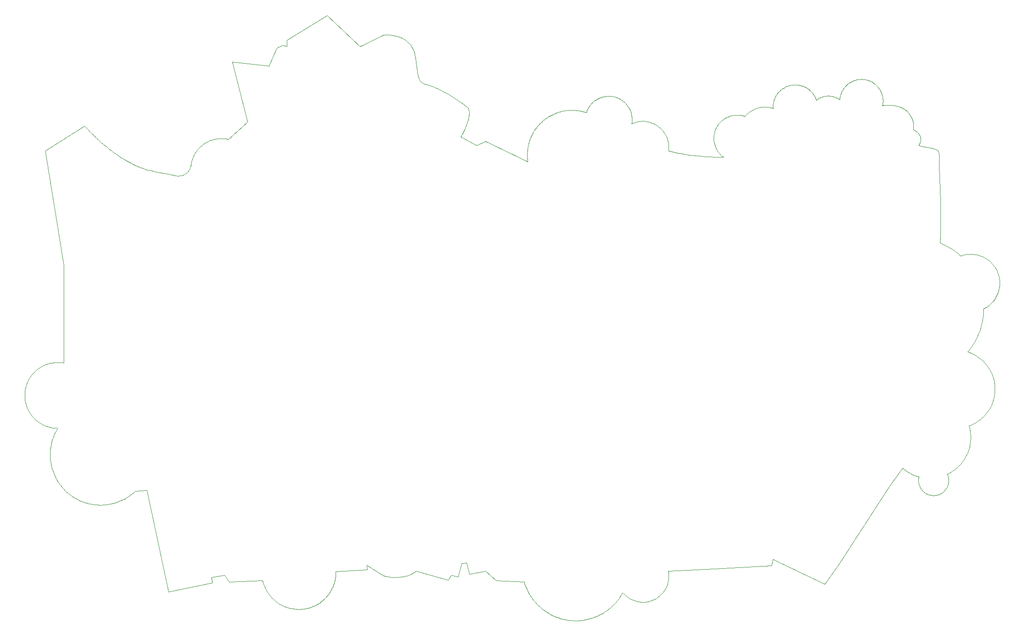
<source format=gbr>
G04 #@! TF.GenerationSoftware,KiCad,Pcbnew,(5.1.10)-1*
G04 #@! TF.CreationDate,2021-08-15T21:50:56-05:00*
G04 #@! TF.ProjectId,Bsides-KC Svg2Shenzen,42736964-6573-42d4-9b43-205376673253,rev?*
G04 #@! TF.SameCoordinates,Original*
G04 #@! TF.FileFunction,Profile,NP*
%FSLAX46Y46*%
G04 Gerber Fmt 4.6, Leading zero omitted, Abs format (unit mm)*
G04 Created by KiCad (PCBNEW (5.1.10)-1) date 2021-08-15 21:50:56*
%MOMM*%
%LPD*%
G01*
G04 APERTURE LIST*
G04 #@! TA.AperFunction,Profile*
%ADD10C,0.100000*%
G04 #@! TD*
G04 APERTURE END LIST*
D10*
X63906400Y-77825600D02*
X63927002Y-96222098D01*
X87782400Y-59182000D02*
G75*
G02*
X85519323Y-61191200I-2273941J282153D01*
G01*
X218033600Y-47853600D02*
X218338400Y-47853600D01*
X217678000Y-47904400D02*
X218033600Y-47853600D01*
X217383819Y-47969303D02*
X217678000Y-47904400D01*
X220218000Y-48056800D02*
X220440021Y-48122495D01*
X219964000Y-48006000D02*
X220218000Y-48056800D01*
X219710000Y-47955200D02*
X219964000Y-48006000D01*
X219303600Y-47904400D02*
X219710000Y-47955200D01*
X218948000Y-47853600D02*
X219303600Y-47904400D01*
X218338400Y-47853600D02*
X218948000Y-47853600D01*
X220599829Y-48175411D02*
X220440021Y-48122495D01*
X220756462Y-48234678D02*
X220599829Y-48175411D01*
X220909921Y-48300294D02*
X220756462Y-48234678D01*
X221059939Y-48372261D02*
X220909921Y-48300294D01*
X221206253Y-48450048D02*
X221059939Y-48372261D01*
X223198563Y-52354764D02*
X223213645Y-52201306D01*
X223213645Y-52201306D02*
X223222905Y-52046260D01*
X223222905Y-52046260D02*
X223225816Y-51889627D01*
X222336023Y-49396726D02*
X222229131Y-49271579D01*
X223222111Y-51713150D02*
X223210470Y-51538790D01*
X222437623Y-49526107D02*
X222336023Y-49396726D01*
X222117213Y-49151193D02*
X222000532Y-49035571D01*
X222229131Y-49271579D02*
X222117213Y-49151193D01*
X222989543Y-50542900D02*
X222928953Y-50386796D01*
X223090878Y-50864104D02*
X223043518Y-50701914D01*
X223225816Y-51889627D02*
X223222111Y-51713150D01*
X221752882Y-48818877D02*
X221622443Y-48718600D01*
X223131624Y-51028939D02*
X223090878Y-50864104D01*
X222624683Y-49797570D02*
X222533931Y-49659722D01*
X221622443Y-48718600D02*
X221487770Y-48623350D01*
X222709614Y-49939386D02*
X222624683Y-49797570D01*
X223210470Y-51538790D02*
X223191420Y-51366282D01*
X222928953Y-50386796D02*
X222862014Y-50234132D01*
X221487770Y-48623350D02*
X221349128Y-48533921D01*
X223043518Y-50701914D02*
X222989543Y-50542900D01*
X221879088Y-48924710D02*
X221752882Y-48818877D01*
X221349128Y-48533921D02*
X221206253Y-48450048D01*
X223191420Y-51366282D02*
X223164961Y-51196420D01*
X222788989Y-50085171D02*
X222709614Y-49939386D01*
X222000532Y-49035571D02*
X221879088Y-48924710D01*
X222533931Y-49659722D02*
X222437623Y-49526107D01*
X223164961Y-51196420D02*
X223131624Y-51028939D01*
X222862014Y-50234132D02*
X222788989Y-50085171D01*
X113333644Y-30990562D02*
X105727411Y-35707600D01*
X105727411Y-35707600D02*
X105727411Y-36825860D01*
X105727411Y-36825860D02*
X105664176Y-36800381D01*
X105664176Y-36800381D02*
X105590093Y-36775219D01*
X105590093Y-36775219D02*
X105491403Y-36747676D01*
X105491403Y-36747676D02*
X105371283Y-36722250D01*
X105371283Y-36722250D02*
X105233170Y-36703385D01*
X105233170Y-36703385D02*
X105079712Y-36695500D01*
X105079712Y-36695500D02*
X104998485Y-36697088D01*
X104998485Y-36697088D02*
X104914348Y-36703094D01*
X104914348Y-36703094D02*
X104828094Y-36714048D01*
X104828094Y-36714048D02*
X104739988Y-36730558D01*
X104739988Y-36730558D02*
X104650559Y-36753153D01*
X104650559Y-36753153D02*
X104559807Y-36782416D01*
X104559807Y-36782416D02*
X104468526Y-36818849D01*
X104468526Y-36818849D02*
X104376715Y-36863061D01*
X104376715Y-36863061D02*
X104285170Y-36915581D01*
X104285170Y-36915581D02*
X104193888Y-36976964D01*
X104193888Y-36976964D02*
X104103666Y-37047793D01*
X104103666Y-37047793D02*
X104014501Y-37128596D01*
X104014501Y-37128596D02*
X103926924Y-37219930D01*
X103926924Y-37219930D02*
X103841464Y-37322377D01*
X103841464Y-37322377D02*
X103758385Y-37436465D01*
X103758385Y-37436465D02*
X103677952Y-37562777D01*
X103677952Y-37562777D02*
X103600693Y-37701842D01*
X103600693Y-37701842D02*
X103527139Y-37854242D01*
X103527139Y-37854242D02*
X103269965Y-38432699D01*
X103269965Y-38432699D02*
X103045863Y-38951203D01*
X103045863Y-38951203D02*
X102855098Y-39404486D01*
X102855098Y-39404486D02*
X102698201Y-39787179D01*
X102698201Y-39787179D02*
X102487328Y-40319811D01*
X102487328Y-40319811D02*
X102416420Y-40506766D01*
X102416420Y-40506766D02*
X95493870Y-39706323D01*
X95493870Y-39706323D02*
X98413279Y-51024972D01*
X98413279Y-51024972D02*
X94778701Y-54266903D01*
X87833200Y-58724800D02*
X87782400Y-59182000D01*
X94778701Y-54266903D02*
X94617835Y-54231184D01*
X94617835Y-54231184D02*
X94455381Y-54199963D01*
X94455381Y-54199963D02*
X94291075Y-54173505D01*
X94291075Y-54173505D02*
X94125446Y-54151544D01*
X94125446Y-54151544D02*
X93958494Y-54134347D01*
X93958494Y-54134347D02*
X93789954Y-54121911D01*
X93789954Y-54121911D02*
X93620092Y-54114238D01*
X93620092Y-54114238D02*
X93449172Y-54111857D01*
X93449172Y-54111857D02*
X93201522Y-54117149D01*
X93201522Y-54117149D02*
X92956518Y-54132759D01*
X92956518Y-54132759D02*
X92714425Y-54158424D01*
X92714425Y-54158424D02*
X92475241Y-54193878D01*
X92475241Y-54193878D02*
X92239498Y-54239386D01*
X92239498Y-54239386D02*
X92007459Y-54294155D01*
X92007459Y-54294155D02*
X91779124Y-54358184D01*
X91779124Y-54358184D02*
X91554493Y-54431473D01*
X91554493Y-54431473D02*
X91334360Y-54513494D01*
X91334360Y-54513494D02*
X91118195Y-54603981D01*
X91118195Y-54603981D02*
X90907058Y-54703200D01*
X90907058Y-54703200D02*
X90700419Y-54810621D01*
X90700419Y-54810621D02*
X90498806Y-54925979D01*
X90498806Y-54925979D02*
X90302486Y-55049010D01*
X90302486Y-55049010D02*
X90111457Y-55179714D01*
X90111457Y-55179714D02*
X89926249Y-55317826D01*
X89926249Y-55317826D02*
X89746862Y-55463082D01*
X89746862Y-55463082D02*
X89573295Y-55615482D01*
X89573295Y-55615482D02*
X89406343Y-55774497D01*
X89406343Y-55774497D02*
X89245741Y-55939861D01*
X89245741Y-55939861D02*
X89091754Y-56111840D01*
X89091754Y-56111840D02*
X88944646Y-56289904D01*
X88944646Y-56289904D02*
X88804682Y-56473789D01*
X88804682Y-56473789D02*
X88672125Y-56663231D01*
X88672125Y-56663231D02*
X88546978Y-56858229D01*
X88546978Y-56858229D02*
X88429767Y-57058518D01*
X88429767Y-57058518D02*
X88320230Y-57263834D01*
X88320230Y-57263834D02*
X88219159Y-57474178D01*
X88219159Y-57474178D02*
X88126291Y-57689019D01*
X88126291Y-57689019D02*
X88041889Y-57908094D01*
X88041889Y-57908094D02*
X87966483Y-58131667D01*
X87833200Y-58724800D02*
X87966483Y-58131667D01*
X85519323Y-61191200D02*
X84866365Y-61075686D01*
X84866365Y-61075686D02*
X84146435Y-60931224D01*
X84146435Y-60931224D02*
X83365915Y-60779882D01*
X83365915Y-60779882D02*
X82635666Y-60640976D01*
X82635666Y-60640976D02*
X81948279Y-60508949D01*
X81948279Y-60508949D02*
X81296611Y-60378775D01*
X81296611Y-60378775D02*
X80673518Y-60244896D01*
X80673518Y-60244896D02*
X80370571Y-60174781D01*
X80370571Y-60174781D02*
X80071856Y-60102021D01*
X80071856Y-60102021D02*
X79776846Y-60025292D01*
X79776846Y-60025292D02*
X79484482Y-59944594D01*
X79484482Y-59944594D02*
X79193705Y-59858869D01*
X79193705Y-59858869D02*
X78903987Y-59767323D01*
X78903987Y-59767323D02*
X78614004Y-59669692D01*
X78614004Y-59669692D02*
X78323227Y-59564917D01*
X78323227Y-59564917D02*
X78030598Y-59452734D01*
X78030598Y-59452734D02*
X77735324Y-59332084D01*
X77735324Y-59332084D02*
X77436345Y-59202438D01*
X77436345Y-59202438D02*
X77132604Y-59063268D01*
X77132604Y-59063268D02*
X76823835Y-58913514D01*
X76823835Y-58913514D02*
X76508452Y-58753177D01*
X76508452Y-58753177D02*
X76186190Y-58580933D01*
X76186190Y-58580933D02*
X75855462Y-58396254D01*
X75855462Y-58396254D02*
X75516002Y-58198611D01*
X75516002Y-58198611D02*
X75166487Y-57987473D01*
X75166487Y-57987473D02*
X74806125Y-57761784D01*
X74806125Y-57761784D02*
X74434122Y-57521014D01*
X74434122Y-57521014D02*
X74049418Y-57264897D01*
X74049418Y-57264897D02*
X73651485Y-56992112D01*
X73651485Y-56992112D02*
X73358327Y-56785473D01*
X73358327Y-56785473D02*
X73068609Y-56574336D01*
X73068609Y-56574336D02*
X72782330Y-56359494D01*
X72782330Y-56359494D02*
X72499755Y-56141742D01*
X72499755Y-56141742D02*
X72221679Y-55921609D01*
X72221679Y-55921609D02*
X71948364Y-55700153D01*
X71948364Y-55700153D02*
X71417346Y-55255389D01*
X71417346Y-55255389D02*
X70910141Y-54813007D01*
X70910141Y-54813007D02*
X70429923Y-54378826D01*
X70429923Y-54378826D02*
X69979867Y-53958933D01*
X69979867Y-53958933D02*
X69563678Y-53558619D01*
X69563678Y-53558619D02*
X69184001Y-53183969D01*
X69184001Y-53183969D02*
X68844541Y-52840540D01*
X68844541Y-52840540D02*
X68548208Y-52534153D01*
X68548208Y-52534153D02*
X68298442Y-52270628D01*
X68298442Y-52270628D02*
X67951838Y-51894656D01*
X67951838Y-51894656D02*
X67830659Y-51759190D01*
X67830659Y-51759190D02*
X60451175Y-56399446D01*
X60451175Y-56399446D02*
X63906400Y-77825600D01*
X63927002Y-96222098D02*
X63647867Y-96175002D01*
X63647867Y-96175002D02*
X63365292Y-96139019D01*
X63365292Y-96139019D02*
X63078749Y-96115736D01*
X63078749Y-96115736D02*
X62934286Y-96109650D01*
X62934286Y-96109650D02*
X62788501Y-96107534D01*
X62788501Y-96107534D02*
X62629222Y-96109386D01*
X62629222Y-96109386D02*
X62470737Y-96115471D01*
X62470737Y-96115471D02*
X62313575Y-96125525D01*
X62313575Y-96125525D02*
X62157206Y-96139284D01*
X62157206Y-96139284D02*
X61848438Y-96178706D01*
X61848438Y-96178706D02*
X61544432Y-96232946D01*
X61544432Y-96232946D02*
X61245718Y-96301738D01*
X61245718Y-96301738D02*
X60952560Y-96385081D01*
X60952560Y-96385081D02*
X60665752Y-96482183D01*
X60665752Y-96482183D02*
X60385558Y-96592514D01*
X60385558Y-96592514D02*
X60111979Y-96716339D01*
X60111979Y-96716339D02*
X59845809Y-96852599D01*
X59845809Y-96852599D02*
X59587311Y-97001295D01*
X59587311Y-97001295D02*
X59337016Y-97161897D01*
X59337016Y-97161897D02*
X59094922Y-97333876D01*
X59094922Y-97333876D02*
X58861560Y-97517232D01*
X58861560Y-97517232D02*
X58637723Y-97711436D01*
X58637723Y-97711436D02*
X58423146Y-97915694D01*
X58423146Y-97915694D02*
X58218888Y-98130271D01*
X58218888Y-98130271D02*
X58024949Y-98354108D01*
X58024949Y-98354108D02*
X57841593Y-98587470D01*
X57841593Y-98587470D02*
X57669614Y-98829564D01*
X57669614Y-98829564D02*
X57509012Y-99079859D01*
X57509012Y-99079859D02*
X57360316Y-99338357D01*
X57360316Y-99338357D02*
X57224056Y-99604792D01*
X57224056Y-99604792D02*
X57100231Y-99878106D01*
X57100231Y-99878106D02*
X56989900Y-100158564D01*
X56989900Y-100158564D02*
X56892798Y-100445372D01*
X56892798Y-100445372D02*
X56809454Y-100738265D01*
X56809454Y-100738265D02*
X56740663Y-101036980D01*
X56740663Y-101036980D02*
X56686423Y-101340985D01*
X56686423Y-101340985D02*
X56647000Y-101650018D01*
X56647000Y-101650018D02*
X56633242Y-101806122D01*
X56633242Y-101806122D02*
X56623188Y-101963549D01*
X56623188Y-101963549D02*
X56617367Y-102121770D01*
X56617367Y-102121770D02*
X56615250Y-102281313D01*
X56615250Y-102281313D02*
X56617367Y-102440592D01*
X56617367Y-102440592D02*
X56623188Y-102598813D01*
X56623188Y-102598813D02*
X56633242Y-102755975D01*
X56633242Y-102755975D02*
X56647000Y-102912079D01*
X56647000Y-102912079D02*
X56686423Y-103221112D01*
X56686423Y-103221112D02*
X56740663Y-103524853D01*
X56740663Y-103524853D02*
X56809454Y-103823568D01*
X56809454Y-103823568D02*
X56892533Y-104116461D01*
X56892533Y-104116461D02*
X56989635Y-104403269D01*
X56989635Y-104403269D02*
X57099967Y-104683462D01*
X57099967Y-104683462D02*
X57223527Y-104956777D01*
X57223527Y-104956777D02*
X57359787Y-105222947D01*
X57359787Y-105222947D02*
X57508218Y-105481445D01*
X57508218Y-105481445D02*
X57668820Y-105731740D01*
X57668820Y-105731740D02*
X57840799Y-105973834D01*
X57840799Y-105973834D02*
X58023890Y-106206931D01*
X58023890Y-106206931D02*
X58217830Y-106430769D01*
X58217830Y-106430769D02*
X58422088Y-106645345D01*
X58422088Y-106645345D02*
X58636400Y-106849603D01*
X58636400Y-106849603D02*
X58860237Y-107043543D01*
X58860237Y-107043543D02*
X59093335Y-107226899D01*
X59093335Y-107226899D02*
X59335164Y-107399142D01*
X59335164Y-107399142D02*
X59585459Y-107559744D01*
X59585459Y-107559744D02*
X59843957Y-107708175D01*
X59843957Y-107708175D02*
X60109863Y-107844700D01*
X60109863Y-107844700D02*
X60383177Y-107968260D01*
X60383177Y-107968260D02*
X60663370Y-108078856D01*
X60663370Y-108078856D02*
X60949914Y-108176223D01*
X60949914Y-108176223D02*
X61242807Y-108259302D01*
X61242807Y-108259302D02*
X61541257Y-108328358D01*
X61541257Y-108328358D02*
X61845263Y-108382862D01*
X61845263Y-108382862D02*
X62154031Y-108422285D01*
X62154031Y-108422285D02*
X62310135Y-108436308D01*
X62310135Y-108436308D02*
X62467297Y-108446362D01*
X62467297Y-108446362D02*
X62625518Y-108452447D01*
X62625518Y-108452447D02*
X62784797Y-108454564D01*
X62784797Y-108454564D02*
X62622078Y-108727614D01*
X62622078Y-108727614D02*
X62468356Y-109006749D01*
X62468356Y-109006749D02*
X62323629Y-109291440D01*
X62323629Y-109291440D02*
X62188691Y-109581688D01*
X62188691Y-109581688D02*
X62063279Y-109876962D01*
X62063279Y-109876962D02*
X61947656Y-110177264D01*
X61947656Y-110177264D02*
X61842088Y-110482593D01*
X61842088Y-110482593D02*
X61746838Y-110792419D01*
X61746838Y-110792419D02*
X61661907Y-111106744D01*
X61661907Y-111106744D02*
X61587823Y-111425302D01*
X61587823Y-111425302D02*
X61524323Y-111748093D01*
X61524323Y-111748093D02*
X61472201Y-112074324D01*
X61472201Y-112074324D02*
X61431190Y-112404524D01*
X61431190Y-112404524D02*
X61401557Y-112737898D01*
X61401557Y-112737898D02*
X61383830Y-113074712D01*
X61383830Y-113074712D02*
X61377744Y-113414437D01*
X61377744Y-113414437D02*
X61380919Y-113657853D01*
X61380919Y-113657853D02*
X61389915Y-113899947D01*
X61389915Y-113899947D02*
X61405261Y-114140453D01*
X61405261Y-114140453D02*
X61426428Y-114379106D01*
X61426428Y-114379106D02*
X61453680Y-114616173D01*
X61453680Y-114616173D02*
X61486488Y-114851387D01*
X61486488Y-114851387D02*
X61525117Y-115084749D01*
X61525117Y-115084749D02*
X61569567Y-115316259D01*
X61569567Y-115316259D02*
X61619309Y-115545388D01*
X61619309Y-115545388D02*
X61674871Y-115772665D01*
X61674871Y-115772665D02*
X61735725Y-115997825D01*
X61735725Y-115997825D02*
X61801871Y-116220604D01*
X61801871Y-116220604D02*
X61873573Y-116441002D01*
X61873573Y-116441002D02*
X61950302Y-116659018D01*
X61950302Y-116659018D02*
X62032323Y-116874653D01*
X62032323Y-116874653D02*
X62119371Y-117087643D01*
X62119371Y-117087643D02*
X62211181Y-117297986D01*
X62211181Y-117297986D02*
X62308283Y-117505684D01*
X62308283Y-117505684D02*
X62410147Y-117710471D01*
X62410147Y-117710471D02*
X62516510Y-117912612D01*
X62516510Y-117912612D02*
X62627899Y-118111579D01*
X62627899Y-118111579D02*
X62743786Y-118307635D01*
X62743786Y-118307635D02*
X62864436Y-118500780D01*
X62864436Y-118500780D02*
X62989319Y-118690486D01*
X62989319Y-118690486D02*
X63118701Y-118877282D01*
X63118701Y-118877282D02*
X63252315Y-119060638D01*
X63252315Y-119060638D02*
X63390427Y-119240555D01*
X63390427Y-119240555D02*
X63532508Y-119417031D01*
X63532508Y-119417031D02*
X63678823Y-119590069D01*
X63678823Y-119590069D02*
X63829106Y-119759666D01*
X63829106Y-119759666D02*
X63983358Y-119925295D01*
X63983358Y-119925295D02*
X64141578Y-120087220D01*
X64141578Y-120087220D02*
X64303503Y-120245441D01*
X64303503Y-120245441D02*
X64469397Y-120399693D01*
X64469397Y-120399693D02*
X64638730Y-120550240D01*
X64638730Y-120550240D02*
X64811767Y-120696290D01*
X64811767Y-120696290D02*
X64988244Y-120838636D01*
X64988244Y-120838636D02*
X65168161Y-120976484D01*
X65168161Y-120976484D02*
X65351517Y-121110363D01*
X65351517Y-121110363D02*
X65538048Y-121239744D01*
X65538048Y-121239744D02*
X65728018Y-121364627D01*
X65728018Y-121364627D02*
X65920899Y-121485277D01*
X65920899Y-121485277D02*
X66117220Y-121601164D01*
X66117220Y-121601164D02*
X66316186Y-121712553D01*
X66316186Y-121712553D02*
X66518328Y-121818916D01*
X66518328Y-121818916D02*
X66723115Y-121920780D01*
X66723115Y-121920780D02*
X66930812Y-122017882D01*
X66930812Y-122017882D02*
X67141156Y-122109957D01*
X67141156Y-122109957D02*
X67354145Y-122197005D01*
X67354145Y-122197005D02*
X67569516Y-122278761D01*
X67569516Y-122278761D02*
X67787797Y-122355755D01*
X67787797Y-122355755D02*
X68008194Y-122427192D01*
X68008194Y-122427192D02*
X68230973Y-122493603D01*
X68230973Y-122493603D02*
X68455869Y-122554457D01*
X68455869Y-122554457D02*
X68683146Y-122609754D01*
X68683146Y-122609754D02*
X68912539Y-122659761D01*
X68912539Y-122659761D02*
X69143785Y-122704211D01*
X69143785Y-122704211D02*
X69377147Y-122742840D01*
X69377147Y-122742840D02*
X69612361Y-122775648D01*
X69612361Y-122775648D02*
X69849428Y-122802900D01*
X69849428Y-122802900D02*
X70088346Y-122824067D01*
X70088346Y-122824067D02*
X70328852Y-122839148D01*
X70328852Y-122839148D02*
X70570681Y-122848408D01*
X70570681Y-122848408D02*
X70814362Y-122851583D01*
X70814362Y-122851583D02*
X71049047Y-122848673D01*
X71049047Y-122848673D02*
X71282144Y-122840206D01*
X71282144Y-122840206D02*
X71513919Y-122825919D01*
X71513919Y-122825919D02*
X71744106Y-122806340D01*
X71744106Y-122806340D02*
X71972706Y-122781204D01*
X71972706Y-122781204D02*
X72199718Y-122750513D01*
X72199718Y-122750513D02*
X72424878Y-122714529D01*
X72424878Y-122714529D02*
X72648451Y-122673254D01*
X72648451Y-122673254D02*
X72869907Y-122626952D01*
X72869907Y-122626952D02*
X73089511Y-122575359D01*
X73089511Y-122575359D02*
X73306998Y-122518738D01*
X73306998Y-122518738D02*
X73522633Y-122456825D01*
X73522633Y-122456825D02*
X73735887Y-122390415D01*
X73735887Y-122390415D02*
X73947024Y-122318713D01*
X73947024Y-122318713D02*
X74156045Y-122242513D01*
X74156045Y-122242513D02*
X74362684Y-122161286D01*
X74362684Y-122161286D02*
X74566678Y-122075561D01*
X74566678Y-122075561D02*
X74768555Y-121985339D01*
X74768555Y-121985339D02*
X74967521Y-121890353D01*
X74967521Y-121890353D02*
X75164106Y-121790870D01*
X75164106Y-121790870D02*
X75358046Y-121687154D01*
X75358046Y-121687154D02*
X75549339Y-121578939D01*
X75549339Y-121578939D02*
X75737722Y-121466491D01*
X75737722Y-121466491D02*
X75923195Y-121349810D01*
X75923195Y-121349810D02*
X76105757Y-121228896D01*
X76105757Y-121228896D02*
X76285144Y-121104013D01*
X76285144Y-121104013D02*
X76461886Y-120974896D01*
X76461886Y-120974896D02*
X76635188Y-120842075D01*
X76635188Y-120842075D02*
X76805315Y-120705286D01*
X76805315Y-120705286D02*
X76972266Y-120564792D01*
X76972266Y-120564792D02*
X77135779Y-120420330D01*
X77135779Y-120420330D02*
X77296116Y-120272428D01*
X77296116Y-120272428D02*
X79534224Y-120093041D01*
X79534224Y-120093041D02*
X83535512Y-139130582D01*
X83535512Y-139130582D02*
X91789708Y-137493607D01*
X91789708Y-137493607D02*
X91612967Y-136411462D01*
X91612967Y-136411462D02*
X94082584Y-136014588D01*
X94082584Y-136014588D02*
X94915227Y-137274267D01*
X94915227Y-137274267D02*
X101223944Y-137051753D01*
X101223944Y-137051753D02*
X101296440Y-137337767D01*
X101296440Y-137337767D02*
X101380577Y-137619283D01*
X101380577Y-137619283D02*
X101476356Y-137895508D01*
X101476356Y-137895508D02*
X101583248Y-138166177D01*
X101583248Y-138166177D02*
X101700987Y-138431289D01*
X101700987Y-138431289D02*
X101829310Y-138690580D01*
X101829310Y-138690580D02*
X101968216Y-138943257D01*
X101968216Y-138943257D02*
X102116912Y-139189848D01*
X102116912Y-139189848D02*
X102275397Y-139429296D01*
X102275397Y-139429296D02*
X102443672Y-139661864D01*
X102443672Y-139661864D02*
X102620942Y-139886760D01*
X102620942Y-139886760D02*
X102807209Y-140104247D01*
X102807209Y-140104247D02*
X103001942Y-140313797D01*
X103001942Y-140313797D02*
X103205406Y-140515144D01*
X103205406Y-140515144D02*
X103416808Y-140708290D01*
X103416808Y-140708290D02*
X103636147Y-140892440D01*
X103636147Y-140892440D02*
X103862895Y-141067594D01*
X103862895Y-141067594D02*
X104097051Y-141233223D01*
X104097051Y-141233223D02*
X104338351Y-141389591D01*
X104338351Y-141389591D02*
X104586265Y-141536170D01*
X104586265Y-141536170D02*
X104840529Y-141672430D01*
X104840529Y-141672430D02*
X105101144Y-141798372D01*
X105101144Y-141798372D02*
X105367579Y-141913466D01*
X105367579Y-141913466D02*
X105639835Y-142017711D01*
X105639835Y-142017711D02*
X105917117Y-142110844D01*
X105917117Y-142110844D02*
X106199692Y-142192336D01*
X106199692Y-142192336D02*
X106487029Y-142262186D01*
X106487029Y-142262186D02*
X106779129Y-142319865D01*
X106779129Y-142319865D02*
X107075197Y-142365109D01*
X107075197Y-142365109D02*
X107375234Y-142397917D01*
X107375234Y-142397917D02*
X107678976Y-142417761D01*
X107678976Y-142417761D02*
X107986157Y-142424375D01*
X107986157Y-142424375D02*
X108165279Y-142422259D01*
X108165279Y-142422259D02*
X108343344Y-142415379D01*
X108343344Y-142415379D02*
X108520085Y-142404267D01*
X108520085Y-142404267D02*
X108695768Y-142388657D01*
X108695768Y-142388657D02*
X108870128Y-142368813D01*
X108870128Y-142368813D02*
X109042901Y-142344471D01*
X109042901Y-142344471D02*
X109214615Y-142316161D01*
X109214615Y-142316161D02*
X109384742Y-142283353D01*
X109384742Y-142283353D02*
X109553546Y-142246840D01*
X109553546Y-142246840D02*
X109720498Y-142206094D01*
X109720498Y-142206094D02*
X109886127Y-142161115D01*
X109886127Y-142161115D02*
X110049904Y-142112432D01*
X110049904Y-142112432D02*
X110212093Y-142059780D01*
X110212093Y-142059780D02*
X110372431Y-142003424D01*
X110372431Y-142003424D02*
X110530916Y-141943099D01*
X110530916Y-141943099D02*
X110687549Y-141879070D01*
X110687549Y-141879070D02*
X110842065Y-141811336D01*
X110842065Y-141811336D02*
X110994994Y-141740164D01*
X110994994Y-141740164D02*
X111145542Y-141665287D01*
X111145542Y-141665287D02*
X111294238Y-141586970D01*
X111294238Y-141586970D02*
X111440552Y-141504949D01*
X111440552Y-141504949D02*
X111584750Y-141419754D01*
X111584750Y-141419754D02*
X111726831Y-141331118D01*
X111726831Y-141331118D02*
X111866266Y-141239308D01*
X111866266Y-141239308D02*
X112003585Y-141144058D01*
X112003585Y-141144058D02*
X112138522Y-141045898D01*
X112138522Y-141045898D02*
X112270814Y-140944298D01*
X112270814Y-140944298D02*
X112400724Y-140839788D01*
X112400724Y-140839788D02*
X112527988Y-140732102D01*
X112527988Y-140732102D02*
X112652342Y-140621771D01*
X112652342Y-140621771D02*
X112774315Y-140508265D01*
X112774315Y-140508265D02*
X112893377Y-140391849D01*
X112893377Y-140391849D02*
X113009794Y-140272786D01*
X113009794Y-140272786D02*
X113123300Y-140150814D01*
X113123300Y-140150814D02*
X113233896Y-140026195D01*
X113233896Y-140026195D02*
X113341316Y-139898931D01*
X113341316Y-139898931D02*
X113446091Y-139769285D01*
X113446091Y-139769285D02*
X113547427Y-139636993D01*
X113547427Y-139636993D02*
X113645852Y-139502056D01*
X113645852Y-139502056D02*
X113741101Y-139364737D01*
X113741101Y-139364737D02*
X113832912Y-139225302D01*
X113832912Y-139225302D02*
X113921547Y-139083221D01*
X113921547Y-139083221D02*
X114006743Y-138939023D01*
X114006743Y-138939023D02*
X114088499Y-138792709D01*
X114088499Y-138792709D02*
X114167080Y-138644013D01*
X114167080Y-138644013D02*
X114241957Y-138493466D01*
X114241957Y-138493466D02*
X114313130Y-138340801D01*
X114313130Y-138340801D02*
X114380863Y-138186020D01*
X114380863Y-138186020D02*
X114444892Y-138029387D01*
X114444892Y-138029387D02*
X114505217Y-137870902D01*
X114505217Y-137870902D02*
X114561573Y-137710565D01*
X114561573Y-137710565D02*
X114614225Y-137548375D01*
X114614225Y-137548375D02*
X114662909Y-137384598D01*
X114662909Y-137384598D02*
X114707888Y-137219234D01*
X114707888Y-137219234D02*
X114748633Y-137052017D01*
X114748633Y-137052017D02*
X114785410Y-136883478D01*
X114785410Y-136883478D02*
X114817954Y-136713351D01*
X114817954Y-136713351D02*
X114846265Y-136541637D01*
X114846265Y-136541637D02*
X114870606Y-136368600D01*
X114870606Y-136368600D02*
X114890450Y-136194239D01*
X114890450Y-136194239D02*
X114906060Y-136018821D01*
X114906060Y-136018821D02*
X114917437Y-135841815D01*
X114917437Y-135841815D02*
X114924052Y-135664015D01*
X114924052Y-135664015D02*
X114926433Y-135484892D01*
X114926433Y-135484892D02*
X114924846Y-135365036D01*
X114924846Y-135365036D02*
X120809701Y-134988799D01*
X120809701Y-134988799D02*
X120783772Y-134118057D01*
X120783772Y-134118057D02*
X123753187Y-136102429D01*
X123753187Y-136102429D02*
X123837853Y-136124389D01*
X123837853Y-136124389D02*
X124071215Y-136180217D01*
X124071215Y-136180217D02*
X124422053Y-136255093D01*
X124422053Y-136255093D02*
X124632131Y-136295046D01*
X124632131Y-136295046D02*
X124859937Y-136333939D01*
X124859937Y-136333939D02*
X125101766Y-136370187D01*
X125101766Y-136370187D02*
X125353914Y-136401672D01*
X125353914Y-136401672D02*
X125612147Y-136426808D01*
X125612147Y-136426808D02*
X125872497Y-136443477D01*
X125872497Y-136443477D02*
X126131788Y-136449827D01*
X126131788Y-136449827D02*
X126385523Y-136444270D01*
X126385523Y-136444270D02*
X126509083Y-136436333D01*
X126509083Y-136436333D02*
X126629998Y-136424691D01*
X126629998Y-136424691D02*
X126747737Y-136409081D01*
X126747737Y-136409081D02*
X126861508Y-136389237D01*
X126861508Y-136389237D02*
X127005970Y-136372833D01*
X127005970Y-136372833D02*
X127253884Y-136348227D01*
X127253884Y-136348227D02*
X127411311Y-136328648D01*
X127411311Y-136328648D02*
X127588582Y-136301396D01*
X127588582Y-136301396D02*
X127783315Y-136265148D01*
X127783315Y-136265148D02*
X127993658Y-136217523D01*
X127993658Y-136217523D02*
X128217760Y-136157198D01*
X128217760Y-136157198D02*
X128452975Y-136082056D01*
X128452975Y-136082056D02*
X128697978Y-135990510D01*
X128697978Y-135990510D02*
X128950126Y-135880444D01*
X128950126Y-135880444D02*
X129078449Y-135818002D01*
X129078449Y-135818002D02*
X129207830Y-135750269D01*
X129207830Y-135750269D02*
X129338005Y-135677244D01*
X129338005Y-135677244D02*
X129468709Y-135598134D01*
X129468709Y-135598134D02*
X129599942Y-135513467D01*
X129599942Y-135513467D02*
X129731175Y-135422451D01*
X129731175Y-135422451D02*
X129862144Y-135324820D01*
X129862144Y-135324820D02*
X129992583Y-135220839D01*
X129992583Y-135220839D02*
X136012375Y-136980845D01*
X136012375Y-136980845D02*
X136541012Y-136014588D01*
X136541012Y-136014588D02*
X137863927Y-136323091D01*
X137863927Y-136323091D02*
X138525385Y-133787328D01*
X138525385Y-133787328D02*
X139473650Y-133765632D01*
X139473650Y-133765632D02*
X139980591Y-135882296D01*
X139980591Y-135882296D02*
X142979375Y-135286455D01*
X142979375Y-135286455D02*
X144985443Y-137006245D01*
X144985443Y-137006245D02*
X150167037Y-137249132D01*
X150167037Y-137249132D02*
X150211487Y-137230082D01*
X150211487Y-137230082D02*
X150269166Y-137427196D01*
X150269166Y-137427196D02*
X150330814Y-137622723D01*
X150330814Y-137622723D02*
X150396430Y-137816398D01*
X150396430Y-137816398D02*
X150465751Y-138008220D01*
X150465751Y-138008220D02*
X150538776Y-138198456D01*
X150538776Y-138198456D02*
X150615770Y-138386574D01*
X150615770Y-138386574D02*
X150696203Y-138573105D01*
X150696203Y-138573105D02*
X150780340Y-138757255D01*
X150780340Y-138757255D02*
X150867917Y-138939817D01*
X150867917Y-138939817D02*
X150959198Y-139119998D01*
X150959198Y-139119998D02*
X151053919Y-139298063D01*
X151053919Y-139298063D02*
X151152079Y-139474275D01*
X151152079Y-139474275D02*
X151253679Y-139648106D01*
X151253679Y-139648106D02*
X151358454Y-139819556D01*
X151358454Y-139819556D02*
X151466668Y-139988889D01*
X151466668Y-139988889D02*
X151578322Y-140155841D01*
X151578322Y-140155841D02*
X151692887Y-140320411D01*
X151692887Y-140320411D02*
X151810891Y-140482865D01*
X151810891Y-140482865D02*
X151931805Y-140642409D01*
X151931805Y-140642409D02*
X152055895Y-140799571D01*
X152055895Y-140799571D02*
X152313334Y-141106487D01*
X152313334Y-141106487D02*
X152582415Y-141402556D01*
X152582415Y-141402556D02*
X152862873Y-141687776D01*
X152862873Y-141687776D02*
X153154708Y-141961884D01*
X153154708Y-141961884D02*
X153456862Y-142224086D01*
X153456862Y-142224086D02*
X153612172Y-142350821D01*
X153612172Y-142350821D02*
X153769599Y-142474381D01*
X153769599Y-142474381D02*
X153929936Y-142594767D01*
X153929936Y-142594767D02*
X154092390Y-142712242D01*
X154092390Y-142712242D02*
X154257490Y-142826277D01*
X154257490Y-142826277D02*
X154424706Y-142937402D01*
X154424706Y-142937402D02*
X154594569Y-143045087D01*
X154594569Y-143045087D02*
X154766548Y-143149333D01*
X154766548Y-143149333D02*
X154940643Y-143250403D01*
X154940643Y-143250403D02*
X155117120Y-143348035D01*
X155117120Y-143348035D02*
X155295449Y-143442226D01*
X155295449Y-143442226D02*
X155476159Y-143532713D01*
X155476159Y-143532713D02*
X155658721Y-143620026D01*
X155658721Y-143620026D02*
X155843400Y-143703370D01*
X155843400Y-143703370D02*
X156030196Y-143783274D01*
X156030196Y-143783274D02*
X156218579Y-143859474D01*
X156218579Y-143859474D02*
X156409079Y-143931969D01*
X156409079Y-143931969D02*
X156601431Y-144000761D01*
X156601431Y-144000761D02*
X156795370Y-144065584D01*
X156795370Y-144065584D02*
X156991161Y-144126438D01*
X156991161Y-144126438D02*
X157188540Y-144183588D01*
X157188540Y-144183588D02*
X157387771Y-144236769D01*
X157387771Y-144236769D02*
X157588325Y-144285981D01*
X157588325Y-144285981D02*
X157790731Y-144331225D01*
X157790731Y-144331225D02*
X157994460Y-144372235D01*
X157994460Y-144372235D02*
X158199777Y-144409012D01*
X158199777Y-144409012D02*
X158406416Y-144441821D01*
X158406416Y-144441821D02*
X158614378Y-144470396D01*
X158614378Y-144470396D02*
X158823663Y-144494737D01*
X158823663Y-144494737D02*
X159034271Y-144514581D01*
X159034271Y-144514581D02*
X159246202Y-144530191D01*
X159246202Y-144530191D02*
X159459192Y-144541304D01*
X159459192Y-144541304D02*
X159673504Y-144548183D01*
X159673504Y-144548183D02*
X159888875Y-144550300D01*
X159888875Y-144550300D02*
X160245003Y-144544214D01*
X160245003Y-144544214D02*
X160597957Y-144525693D01*
X160597957Y-144525693D02*
X160947471Y-144494737D01*
X160947471Y-144494737D02*
X161293281Y-144452139D01*
X161293281Y-144452139D02*
X161635387Y-144397900D01*
X161635387Y-144397900D02*
X161973259Y-144332019D01*
X161973259Y-144332019D02*
X162306899Y-144254761D01*
X162306899Y-144254761D02*
X162636040Y-144166390D01*
X162636040Y-144166390D02*
X162960683Y-144067436D01*
X162960683Y-144067436D02*
X163280564Y-143957634D01*
X163280564Y-143957634D02*
X163595153Y-143837249D01*
X163595153Y-143837249D02*
X163904715Y-143706809D01*
X163904715Y-143706809D02*
X164208986Y-143566316D01*
X164208986Y-143566316D02*
X164507435Y-143416032D01*
X164507435Y-143416032D02*
X164800064Y-143256224D01*
X164800064Y-143256224D02*
X165086872Y-143086891D01*
X165086872Y-143086891D02*
X165367330Y-142908298D01*
X165367330Y-142908298D02*
X165641438Y-142720973D01*
X165641438Y-142720973D02*
X165909196Y-142524652D01*
X165909196Y-142524652D02*
X166169810Y-142319865D01*
X166169810Y-142319865D02*
X166423545Y-142106876D01*
X166423545Y-142106876D02*
X166670401Y-141885684D01*
X166670401Y-141885684D02*
X166909584Y-141656555D01*
X166909584Y-141656555D02*
X167141359Y-141419754D01*
X167141359Y-141419754D02*
X167365196Y-141175544D01*
X167365196Y-141175544D02*
X167581361Y-140923925D01*
X167581361Y-140923925D02*
X167789058Y-140665428D01*
X167789058Y-140665428D02*
X167988818Y-140399786D01*
X167988818Y-140399786D02*
X168179847Y-140127795D01*
X168179847Y-140127795D02*
X168362145Y-139849189D01*
X168362145Y-139849189D02*
X168535447Y-139564498D01*
X168535447Y-139564498D02*
X168699753Y-139273721D01*
X168699753Y-139273721D02*
X168871732Y-139475069D01*
X168871732Y-139475069D02*
X169054559Y-139666627D01*
X169054559Y-139666627D02*
X169247440Y-139848131D01*
X169247440Y-139848131D02*
X169449846Y-140018787D01*
X169449846Y-140018787D02*
X169661512Y-140178330D01*
X169661512Y-140178330D02*
X169882174Y-140326497D01*
X169882174Y-140326497D02*
X170111039Y-140462757D01*
X170111039Y-140462757D02*
X170347576Y-140586582D01*
X170347576Y-140586582D02*
X170591786Y-140697442D01*
X170591786Y-140697442D02*
X170842875Y-140794809D01*
X170842875Y-140794809D02*
X171100579Y-140878681D01*
X171100579Y-140878681D02*
X171364368Y-140948267D01*
X171364368Y-140948267D02*
X171633978Y-141003035D01*
X171633978Y-141003035D02*
X171770503Y-141024996D01*
X171770503Y-141024996D02*
X171908616Y-141042723D01*
X171908616Y-141042723D02*
X172047522Y-141057010D01*
X172047522Y-141057010D02*
X172187751Y-141067065D01*
X172187751Y-141067065D02*
X172329303Y-141073150D01*
X172329303Y-141073150D02*
X172471648Y-141075267D01*
X172471648Y-141075267D02*
X172721150Y-141068917D01*
X172721150Y-141068917D02*
X172967212Y-141050131D01*
X172967212Y-141050131D02*
X173210099Y-141019440D01*
X173210099Y-141019440D02*
X173448753Y-140976577D01*
X173448753Y-140976577D02*
X173683438Y-140922602D01*
X173683438Y-140922602D02*
X173913361Y-140857250D01*
X173913361Y-140857250D02*
X174138786Y-140781050D01*
X174138786Y-140781050D02*
X174358919Y-140694002D01*
X174358919Y-140694002D02*
X174573760Y-140596901D01*
X174573760Y-140596901D02*
X174782781Y-140490009D01*
X174782781Y-140490009D02*
X174985716Y-140373063D01*
X174985716Y-140373063D02*
X175182566Y-140247122D01*
X175182566Y-140247122D02*
X175372536Y-140111920D01*
X175372536Y-140111920D02*
X175555892Y-139967987D01*
X175555892Y-139967987D02*
X175731840Y-139815587D01*
X175731840Y-139815587D02*
X175900115Y-139654985D01*
X175900115Y-139654985D02*
X176060717Y-139486446D01*
X176060717Y-139486446D02*
X176213116Y-139310498D01*
X176213116Y-139310498D02*
X176357050Y-139127407D01*
X176357050Y-139127407D02*
X176492252Y-138937171D01*
X176492252Y-138937171D02*
X176618458Y-138740586D01*
X176618458Y-138740586D02*
X176735139Y-138537386D01*
X176735139Y-138537386D02*
X176842295Y-138328366D01*
X176842295Y-138328366D02*
X176939397Y-138113524D01*
X176939397Y-138113524D02*
X177026180Y-137893391D01*
X177026180Y-137893391D02*
X177102380Y-137667967D01*
X177102380Y-137667967D02*
X177167732Y-137437780D01*
X177167732Y-137437780D02*
X177221707Y-137203094D01*
X177221707Y-137203094D02*
X177264569Y-136964441D01*
X177264569Y-136964441D02*
X177295261Y-136721818D01*
X177295261Y-136721818D02*
X177314046Y-136475491D01*
X177314046Y-136475491D02*
X177320396Y-136225989D01*
X177320396Y-136225989D02*
X177313517Y-135965904D01*
X177313517Y-135965904D02*
X177293144Y-135709523D01*
X177293144Y-135709523D02*
X177259542Y-135457111D01*
X177259542Y-135457111D02*
X177213240Y-135208932D01*
X177213240Y-135208932D02*
X185885742Y-134801739D01*
X185885742Y-134801739D02*
X196578599Y-134212513D01*
X196578599Y-134212513D02*
X196829159Y-133048877D01*
X196829159Y-133048877D02*
X206611057Y-137667702D01*
X206611057Y-137667702D02*
X209367483Y-133765632D01*
X209367483Y-133765632D02*
X218716259Y-119367554D01*
X218716259Y-119367554D02*
X221119202Y-115912894D01*
X221119202Y-115912894D02*
X221285624Y-116056298D01*
X221285624Y-116056298D02*
X221456280Y-116194410D01*
X221456280Y-116194410D02*
X221631434Y-116327231D01*
X221631434Y-116327231D02*
X221810292Y-116454496D01*
X221810292Y-116454496D02*
X221993384Y-116576468D01*
X221993384Y-116576468D02*
X222180179Y-116693149D01*
X222180179Y-116693149D02*
X222370679Y-116804539D01*
X222370679Y-116804539D02*
X222564618Y-116910372D01*
X222564618Y-116910372D02*
X222761997Y-117010649D01*
X222761997Y-117010649D02*
X222962551Y-117105634D01*
X222962551Y-117105634D02*
X223166280Y-117195063D01*
X223166280Y-117195063D02*
X223372920Y-117279201D01*
X223372920Y-117279201D02*
X223582469Y-117357517D01*
X223582469Y-117357517D02*
X223794665Y-117430542D01*
X223794665Y-117430542D02*
X224009242Y-117498011D01*
X224009242Y-117498011D02*
X224226464Y-117559923D01*
X224226464Y-117559923D02*
X224189687Y-117727404D01*
X224189687Y-117727404D02*
X224162700Y-117898590D01*
X224162700Y-117898590D02*
X224146296Y-118072950D01*
X224146296Y-118072950D02*
X224140739Y-118250220D01*
X224140739Y-118250220D02*
X224144444Y-118395476D01*
X224144444Y-118395476D02*
X224155291Y-118538880D01*
X224155291Y-118538880D02*
X224173283Y-118680168D01*
X224173283Y-118680168D02*
X224198154Y-118819074D01*
X224198154Y-118819074D02*
X224229639Y-118955599D01*
X224229639Y-118955599D02*
X224267739Y-119089742D01*
X224267739Y-119089742D02*
X224311925Y-119220711D01*
X224311925Y-119220711D02*
X224362460Y-119349034D01*
X224362460Y-119349034D02*
X224419081Y-119473917D01*
X224419081Y-119473917D02*
X224481522Y-119595625D01*
X224481522Y-119595625D02*
X224549520Y-119713894D01*
X224549520Y-119713894D02*
X224622810Y-119828458D01*
X224622810Y-119828458D02*
X224701655Y-119939054D01*
X224701655Y-119939054D02*
X224785264Y-120045681D01*
X224785264Y-120045681D02*
X224874163Y-120148074D01*
X224874163Y-120148074D02*
X224967561Y-120246235D01*
X224967561Y-120246235D02*
X225065457Y-120339632D01*
X225065457Y-120339632D02*
X225168115Y-120428268D01*
X225168115Y-120428268D02*
X225274742Y-120512140D01*
X225274742Y-120512140D02*
X225385338Y-120590722D01*
X225385338Y-120590722D02*
X225499902Y-120664276D01*
X225499902Y-120664276D02*
X225617906Y-120732273D01*
X225617906Y-120732273D02*
X225739614Y-120794450D01*
X225739614Y-120794450D02*
X225864762Y-120851071D01*
X225864762Y-120851071D02*
X225992820Y-120901607D01*
X225992820Y-120901607D02*
X226124054Y-120945792D01*
X226124054Y-120945792D02*
X226257933Y-120983892D01*
X226257933Y-120983892D02*
X226394457Y-121015377D01*
X226394457Y-121015377D02*
X226533628Y-121040248D01*
X226533628Y-121040248D02*
X226674651Y-121058240D01*
X226674651Y-121058240D02*
X226818055Y-121069088D01*
X226818055Y-121069088D02*
X226963311Y-121072792D01*
X226963311Y-121072792D02*
X227108567Y-121069088D01*
X227108567Y-121069088D02*
X227251971Y-121058240D01*
X227251971Y-121058240D02*
X227393258Y-121040248D01*
X227393258Y-121040248D02*
X227532164Y-121015377D01*
X227532164Y-121015377D02*
X227668689Y-120983892D01*
X227668689Y-120983892D02*
X227802568Y-120945792D01*
X227802568Y-120945792D02*
X227933801Y-120901607D01*
X227933801Y-120901607D02*
X228061859Y-120851071D01*
X228061859Y-120851071D02*
X228187007Y-120794450D01*
X228187007Y-120794450D02*
X228308715Y-120732273D01*
X228308715Y-120732273D02*
X228426719Y-120664276D01*
X228426719Y-120664276D02*
X228541284Y-120590722D01*
X228541284Y-120590722D02*
X228651880Y-120512140D01*
X228651880Y-120512140D02*
X228758506Y-120428268D01*
X228758506Y-120428268D02*
X228860900Y-120339632D01*
X228860900Y-120339632D02*
X228958796Y-120246235D01*
X228958796Y-120246235D02*
X229052458Y-120148074D01*
X229052458Y-120148074D02*
X229141094Y-120045681D01*
X229141094Y-120045681D02*
X229224702Y-119939054D01*
X229224702Y-119939054D02*
X229303547Y-119828458D01*
X229303547Y-119828458D02*
X229376837Y-119713894D01*
X229376837Y-119713894D02*
X229444835Y-119595625D01*
X229444835Y-119595625D02*
X229507012Y-119473917D01*
X229507012Y-119473917D02*
X229563633Y-119349034D01*
X229563633Y-119349034D02*
X229614168Y-119220711D01*
X229614168Y-119220711D02*
X229658618Y-119089742D01*
X229658618Y-119089742D02*
X229696453Y-118955599D01*
X229696453Y-118955599D02*
X229727939Y-118819074D01*
X229727939Y-118819074D02*
X229752809Y-118680168D01*
X229752809Y-118680168D02*
X229770801Y-118538880D01*
X229770801Y-118538880D02*
X229781649Y-118395476D01*
X229781649Y-118395476D02*
X229785353Y-118250220D01*
X229785353Y-118250220D02*
X229781120Y-118094910D01*
X229781120Y-118094910D02*
X229768684Y-117941717D01*
X229768684Y-117941717D02*
X229748047Y-117790904D01*
X229748047Y-117790904D02*
X229719737Y-117642738D01*
X229719737Y-117642738D02*
X229683753Y-117497482D01*
X229683753Y-117497482D02*
X229640362Y-117355136D01*
X229640362Y-117355136D02*
X229589562Y-117216230D01*
X229589562Y-117216230D02*
X229532147Y-117080763D01*
X229532147Y-117080763D02*
X229772124Y-116960643D01*
X229772124Y-116960643D02*
X230007338Y-116832585D01*
X230007338Y-116832585D02*
X230237525Y-116696854D01*
X230237525Y-116696854D02*
X230462421Y-116553450D01*
X230462421Y-116553450D02*
X230682025Y-116402637D01*
X230682025Y-116402637D02*
X230896337Y-116244681D01*
X230896337Y-116244681D02*
X231104564Y-116079581D01*
X231104564Y-116079581D02*
X231307235Y-115907602D01*
X231307235Y-115907602D02*
X231503555Y-115729009D01*
X231503555Y-115729009D02*
X231693790Y-115544065D01*
X231693790Y-115544065D02*
X231877411Y-115352507D01*
X231877411Y-115352507D02*
X232054417Y-115154864D01*
X232054417Y-115154864D02*
X232224808Y-114951135D01*
X232224808Y-114951135D02*
X232388056Y-114741585D01*
X232388056Y-114741585D02*
X232543895Y-114526215D01*
X232543895Y-114526215D02*
X232692591Y-114305552D01*
X232692591Y-114305552D02*
X232833614Y-114079599D01*
X232833614Y-114079599D02*
X232966964Y-113848353D01*
X232966964Y-113848353D02*
X233092376Y-113612080D01*
X233092376Y-113612080D02*
X233209586Y-113371045D01*
X233209586Y-113371045D02*
X233318330Y-113125512D01*
X233318330Y-113125512D02*
X233418871Y-112875481D01*
X233418871Y-112875481D02*
X233510682Y-112620952D01*
X233510682Y-112620952D02*
X233593496Y-112362455D01*
X233593496Y-112362455D02*
X233667315Y-112099989D01*
X233667315Y-112099989D02*
X233731873Y-111833818D01*
X233731873Y-111833818D02*
X233786906Y-111563943D01*
X233786906Y-111563943D02*
X233832415Y-111290629D01*
X233832415Y-111290629D02*
X233868133Y-111014140D01*
X233868133Y-111014140D02*
X233894063Y-110734476D01*
X233894063Y-110734476D02*
X233909673Y-110451901D01*
X233909673Y-110451901D02*
X233914700Y-110166416D01*
X233914700Y-110166416D02*
X233909673Y-109884900D01*
X233909673Y-109884900D02*
X233894592Y-109605500D01*
X233894592Y-109605500D02*
X233869456Y-109329275D01*
X233869456Y-109329275D02*
X233834796Y-109055697D01*
X233834796Y-109055697D02*
X233790346Y-108785293D01*
X233790346Y-108785293D02*
X233736900Y-108518064D01*
X233736900Y-108518064D02*
X233674194Y-108254275D01*
X233674194Y-108254275D02*
X233602757Y-107993925D01*
X233602757Y-107993925D02*
X233865752Y-107893383D01*
X233865752Y-107893383D02*
X234123985Y-107783052D01*
X234123985Y-107783052D02*
X234377191Y-107663725D01*
X234377191Y-107663725D02*
X234625105Y-107534873D01*
X234625105Y-107534873D02*
X234867199Y-107397290D01*
X234867199Y-107397290D02*
X235103736Y-107251240D01*
X235103736Y-107251240D02*
X235333923Y-107096459D01*
X235333923Y-107096459D02*
X235558290Y-106933476D01*
X235558290Y-106933476D02*
X235775777Y-106762556D01*
X235775777Y-106762556D02*
X235986914Y-106583698D01*
X235986914Y-106583698D02*
X236190908Y-106397431D01*
X236190908Y-106397431D02*
X236387757Y-106203492D01*
X236387757Y-106203492D02*
X236577199Y-106002409D01*
X236577199Y-106002409D02*
X236758967Y-105794446D01*
X236758967Y-105794446D02*
X236933063Y-105579605D01*
X236933063Y-105579605D02*
X237098956Y-105358414D01*
X237098956Y-105358414D02*
X237256648Y-105130872D01*
X237256648Y-105130872D02*
X237405608Y-104896981D01*
X237405608Y-104896981D02*
X237546102Y-104657269D01*
X237546102Y-104657269D02*
X237677335Y-104412000D01*
X237677335Y-104412000D02*
X237799572Y-104161176D01*
X237799572Y-104161176D02*
X237912285Y-103905059D01*
X237912285Y-103905059D02*
X238015472Y-103643916D01*
X238015472Y-103643916D02*
X238108605Y-103377745D01*
X238108605Y-103377745D02*
X238191684Y-103107077D01*
X238191684Y-103107077D02*
X238264445Y-102832175D01*
X238264445Y-102832175D02*
X238326622Y-102552776D01*
X238326622Y-102552776D02*
X238377951Y-102269672D01*
X238377951Y-102269672D02*
X238418432Y-101982599D01*
X238418432Y-101982599D02*
X238447536Y-101692087D01*
X238447536Y-101692087D02*
X238465263Y-101398135D01*
X238465263Y-101398135D02*
X238471084Y-101101009D01*
X238471084Y-101101009D02*
X238464734Y-100795415D01*
X238464734Y-100795415D02*
X238446213Y-100493526D01*
X238446213Y-100493526D02*
X238415257Y-100194812D01*
X238415257Y-100194812D02*
X238372659Y-99900331D01*
X238372659Y-99900331D02*
X238318419Y-99609554D01*
X238318419Y-99609554D02*
X238252803Y-99323275D01*
X238252803Y-99323275D02*
X238175809Y-99041230D01*
X238175809Y-99041230D02*
X238088232Y-98764212D01*
X238088232Y-98764212D02*
X237989807Y-98491956D01*
X237989807Y-98491956D02*
X237881064Y-98224991D01*
X237881064Y-98224991D02*
X237762001Y-97963583D01*
X237762001Y-97963583D02*
X237633149Y-97707732D01*
X237633149Y-97707732D02*
X237494773Y-97457701D01*
X237494773Y-97457701D02*
X237346871Y-97213755D01*
X237346871Y-97213755D02*
X237189708Y-96976160D01*
X237189708Y-96976160D02*
X237023815Y-96745179D01*
X237023815Y-96745179D02*
X236849190Y-96521077D01*
X236849190Y-96521077D02*
X236666099Y-96303854D01*
X236666099Y-96303854D02*
X236474805Y-96094040D01*
X236474805Y-96094040D02*
X236275574Y-95891634D01*
X236275574Y-95891634D02*
X236068935Y-95696901D01*
X236068935Y-95696901D02*
X235854623Y-95510370D01*
X235854623Y-95510370D02*
X235633167Y-95331776D01*
X235633167Y-95331776D02*
X235404831Y-95161649D01*
X235404831Y-95161649D02*
X235169617Y-95000254D01*
X235169617Y-95000254D02*
X234928053Y-94847854D01*
X234928053Y-94847854D02*
X234680403Y-94704450D01*
X234680403Y-94704450D02*
X234426668Y-94570306D01*
X234426668Y-94570306D02*
X234167377Y-94445688D01*
X234167377Y-94445688D02*
X233902794Y-94331123D01*
X233902794Y-94331123D02*
X233632655Y-94226349D01*
X233632655Y-94226349D02*
X233357753Y-94131892D01*
X233357753Y-94131892D02*
X233526292Y-93924195D01*
X233526292Y-93924195D02*
X233690598Y-93713058D01*
X233690598Y-93713058D02*
X233850406Y-93498481D01*
X233850406Y-93498481D02*
X234006246Y-93280464D01*
X234006246Y-93280464D02*
X234157587Y-93059273D01*
X234157587Y-93059273D02*
X234304431Y-92834907D01*
X234304431Y-92834907D02*
X234446776Y-92607365D01*
X234446776Y-92607365D02*
X234584624Y-92376649D01*
X234584624Y-92376649D02*
X234717709Y-92142757D01*
X234717709Y-92142757D02*
X234846032Y-91906220D01*
X234846032Y-91906220D02*
X234969592Y-91666508D01*
X234969592Y-91666508D02*
X235088390Y-91423885D01*
X235088390Y-91423885D02*
X235202425Y-91178617D01*
X235202425Y-91178617D02*
X235311434Y-90930703D01*
X235311434Y-90930703D02*
X235415150Y-90679878D01*
X235415150Y-90679878D02*
X235514104Y-90426672D01*
X235514104Y-90426672D02*
X235607767Y-90170820D01*
X235607767Y-90170820D02*
X235696137Y-89912587D01*
X235696137Y-89912587D02*
X235779481Y-89651973D01*
X235779481Y-89651973D02*
X235857268Y-89388978D01*
X235857268Y-89388978D02*
X235929764Y-89123601D01*
X235929764Y-89123601D02*
X235996704Y-88856107D01*
X235996704Y-88856107D02*
X236058087Y-88586497D01*
X236058087Y-88586497D02*
X236113914Y-88314771D01*
X236113914Y-88314771D02*
X236163920Y-88040927D01*
X236163920Y-88040927D02*
X236208370Y-87765232D01*
X236208370Y-87765232D02*
X236246999Y-87487684D01*
X236246999Y-87487684D02*
X236279807Y-87208284D01*
X236279807Y-87208284D02*
X236306795Y-86927033D01*
X236306795Y-86927033D02*
X236327697Y-86644194D01*
X236327697Y-86644194D02*
X236342514Y-86359502D01*
X236342514Y-86359502D02*
X236351245Y-86073488D01*
X236351245Y-86073488D02*
X236516080Y-85986705D01*
X236516080Y-85986705D02*
X236677476Y-85894894D01*
X236677476Y-85894894D02*
X236835167Y-85797792D01*
X236835167Y-85797792D02*
X236989684Y-85695399D01*
X236989684Y-85695399D02*
X237140231Y-85588243D01*
X237140231Y-85588243D02*
X237287075Y-85476324D01*
X237287075Y-85476324D02*
X237429950Y-85359378D01*
X237429950Y-85359378D02*
X237568591Y-85238199D01*
X237568591Y-85238199D02*
X237703264Y-85112258D01*
X237703264Y-85112258D02*
X237833439Y-84982083D01*
X237833439Y-84982083D02*
X237959380Y-84847410D01*
X237959380Y-84847410D02*
X238080559Y-84708769D01*
X238080559Y-84708769D02*
X238197240Y-84565894D01*
X238197240Y-84565894D02*
X238308894Y-84419315D01*
X238308894Y-84419315D02*
X238415786Y-84268767D01*
X238415786Y-84268767D02*
X238517386Y-84114515D01*
X238517386Y-84114515D02*
X238613959Y-83956824D01*
X238613959Y-83956824D02*
X238705240Y-83795428D01*
X238705240Y-83795428D02*
X238790965Y-83630858D01*
X238790965Y-83630858D02*
X238871133Y-83462848D01*
X238871133Y-83462848D02*
X238945481Y-83291927D01*
X238945481Y-83291927D02*
X239014273Y-83117831D01*
X239014273Y-83117831D02*
X239076979Y-82940825D01*
X239076979Y-82940825D02*
X239133600Y-82761173D01*
X239133600Y-82761173D02*
X239184135Y-82578611D01*
X239184135Y-82578611D02*
X239228056Y-82393403D01*
X239228056Y-82393403D02*
X239265891Y-82206078D01*
X239265891Y-82206078D02*
X239296847Y-82016108D01*
X239296847Y-82016108D02*
X239321454Y-81824020D01*
X239321454Y-81824020D02*
X239338916Y-81629816D01*
X239338916Y-81629816D02*
X239349764Y-81433496D01*
X239349764Y-81433496D02*
X239353204Y-81235588D01*
X239353204Y-81235588D02*
X239346060Y-80955659D01*
X239346060Y-80955659D02*
X239325158Y-80679434D01*
X239325158Y-80679434D02*
X239290497Y-80407178D01*
X239290497Y-80407178D02*
X239242608Y-80139420D01*
X239242608Y-80139420D02*
X239182018Y-79876425D01*
X239182018Y-79876425D02*
X239108729Y-79618192D01*
X239108729Y-79618192D02*
X239023269Y-79365515D01*
X239023269Y-79365515D02*
X238925902Y-79118659D01*
X238925902Y-79118659D02*
X238816894Y-78877624D01*
X238816894Y-78877624D02*
X238696773Y-78643204D01*
X238696773Y-78643204D02*
X238566069Y-78415398D01*
X238566069Y-78415398D02*
X238424517Y-78194735D01*
X238424517Y-78194735D02*
X238272911Y-77981481D01*
X238272911Y-77981481D02*
X238111516Y-77775901D01*
X238111516Y-77775901D02*
X237940595Y-77578522D01*
X237940595Y-77578522D02*
X237760414Y-77389609D01*
X237760414Y-77389609D02*
X237571502Y-77209693D01*
X237571502Y-77209693D02*
X237374387Y-77038772D01*
X237374387Y-77038772D02*
X237168806Y-76877112D01*
X237168806Y-76877112D02*
X236955552Y-76725506D01*
X236955552Y-76725506D02*
X236734890Y-76583954D01*
X236734890Y-76583954D02*
X236507084Y-76452986D01*
X236507084Y-76452986D02*
X236272664Y-76332865D01*
X236272664Y-76332865D02*
X236031893Y-76224121D01*
X236031893Y-76224121D02*
X235784773Y-76126755D01*
X235784773Y-76126755D02*
X235532096Y-76041030D01*
X235532096Y-76041030D02*
X235274127Y-75967740D01*
X235274127Y-75967740D02*
X235010867Y-75907151D01*
X235010867Y-75907151D02*
X234743109Y-75859261D01*
X234743109Y-75859261D02*
X234470853Y-75824601D01*
X234470853Y-75824601D02*
X234194629Y-75803699D01*
X234194629Y-75803699D02*
X233914700Y-75796555D01*
X233914700Y-75796555D02*
X233672342Y-75802640D01*
X233672342Y-75802640D02*
X233433159Y-75820632D01*
X233433159Y-75820632D02*
X233197151Y-75849736D01*
X233197151Y-75849736D02*
X232964582Y-75889424D01*
X232964582Y-75889424D02*
X232735454Y-75938901D01*
X232735454Y-75938901D02*
X232509764Y-75997638D01*
X232509764Y-75997638D02*
X232287779Y-76064578D01*
X232287779Y-76064578D02*
X232068969Y-76139719D01*
X232068969Y-76139719D02*
X231853863Y-75948955D01*
X231853863Y-75948955D02*
X231634524Y-75762688D01*
X231634524Y-75762688D02*
X231411216Y-75581449D01*
X231411216Y-75581449D02*
X231183674Y-75404972D01*
X231183674Y-75404972D02*
X230952429Y-75233522D01*
X230952429Y-75233522D02*
X230717214Y-75066835D01*
X230717214Y-75066835D02*
X230478031Y-74905440D01*
X230478031Y-74905440D02*
X230235409Y-74749336D01*
X230235409Y-74749336D02*
X229988817Y-74598259D01*
X229988817Y-74598259D02*
X229739051Y-74452738D01*
X229739051Y-74452738D02*
X229485581Y-74312509D01*
X229485581Y-74312509D02*
X229228670Y-74177836D01*
X229228670Y-74177836D02*
X228968585Y-74048720D01*
X228968585Y-74048720D02*
X228705061Y-73925160D01*
X228705061Y-73925160D02*
X228438626Y-73807420D01*
X228438626Y-73807420D02*
X228169016Y-73695501D01*
X228169016Y-73695501D02*
X228196532Y-73406577D01*
X228196532Y-73406577D02*
X228220345Y-73103100D01*
X228220345Y-73103100D02*
X228240718Y-72785071D01*
X228240718Y-72785071D02*
X228257386Y-72451697D01*
X228257386Y-72451697D02*
X228270086Y-72102447D01*
X228270086Y-72102447D02*
X228279082Y-71737323D01*
X228279082Y-71737323D02*
X228283845Y-71355265D01*
X228283845Y-71355265D02*
X228284638Y-70956009D01*
X228284638Y-70956009D02*
X228271674Y-68794101D01*
X228271674Y-68794101D02*
X228259503Y-67785776D01*
X228259503Y-67785776D02*
X228242570Y-66823752D01*
X228244400Y-66823752D02*
X228244400Y-65938400D01*
X228244400Y-65938400D02*
X228041200Y-59283600D01*
X228041200Y-59283600D02*
X228010002Y-57208010D01*
X228010002Y-57208010D02*
X227944121Y-56794400D01*
X227944121Y-56794400D02*
X227874800Y-56540400D01*
X227874800Y-56540400D02*
X227801246Y-56368223D01*
X227801246Y-56368223D02*
X227784842Y-56341236D01*
X227784842Y-56341236D02*
X227750181Y-56312131D01*
X227750181Y-56312131D02*
X227698323Y-56281440D01*
X227698323Y-56281440D02*
X227629267Y-56248896D01*
X227629267Y-56248896D02*
X227544071Y-56214765D01*
X227544071Y-56214765D02*
X227443000Y-56178782D01*
X227443000Y-56178782D02*
X227196409Y-56103111D01*
X227196409Y-56103111D02*
X226893991Y-56021884D01*
X226893991Y-56021884D02*
X226540243Y-55935894D01*
X226540243Y-55935894D02*
X226140194Y-55846201D01*
X226140194Y-55846201D02*
X225698340Y-55753068D01*
X225698340Y-55753068D02*
X225219445Y-55657289D01*
X225219445Y-55657289D02*
X224708270Y-55559657D01*
X224708270Y-55559657D02*
X224173552Y-55396675D01*
X224173552Y-55396675D02*
X224266950Y-55258298D01*
X224266950Y-55258298D02*
X224347912Y-55111984D01*
X224347912Y-55111984D02*
X224415910Y-54957732D01*
X224415910Y-54957732D02*
X224469885Y-54796601D01*
X224469885Y-54796601D02*
X224491581Y-54713786D01*
X224491581Y-54713786D02*
X224509572Y-54629649D01*
X224509572Y-54629649D02*
X224523595Y-54543924D01*
X224523595Y-54543924D02*
X224533914Y-54456876D01*
X224533914Y-54456876D02*
X224539999Y-54369035D01*
X224539999Y-54369035D02*
X224542116Y-54279870D01*
X224542116Y-54279870D02*
X224535501Y-54121385D01*
X224535501Y-54121385D02*
X224515658Y-53967398D01*
X224515658Y-53967398D02*
X224483114Y-53818173D01*
X224483114Y-53818173D02*
X224438929Y-53673975D01*
X224438929Y-53673975D02*
X224383102Y-53535334D01*
X224383102Y-53535334D02*
X224316427Y-53402778D01*
X224316427Y-53402778D02*
X224239698Y-53276836D01*
X224239698Y-53276836D02*
X224153179Y-53157509D01*
X224153179Y-53157509D02*
X224057400Y-53045855D01*
X224057400Y-53045855D02*
X223952890Y-52941874D01*
X223952890Y-52941874D02*
X223840706Y-52846095D01*
X223840706Y-52846095D02*
X223720850Y-52758783D01*
X223720850Y-52758783D02*
X223594115Y-52680995D01*
X223594115Y-52680995D02*
X223460765Y-52612468D01*
X223460765Y-52612468D02*
X223322124Y-52554260D01*
X223322124Y-52554260D02*
X223177926Y-52506106D01*
X223177926Y-52506106D02*
X223198563Y-52354764D01*
X217383819Y-47969303D02*
X217414246Y-47822988D01*
X217414246Y-47822988D02*
X217439381Y-47674822D01*
X217439381Y-47674822D02*
X217458960Y-47524803D01*
X217458960Y-47524803D02*
X217473248Y-47372933D01*
X217473248Y-47372933D02*
X217481979Y-47219739D01*
X217481979Y-47219739D02*
X217484889Y-47064958D01*
X217484889Y-47064958D02*
X217479598Y-46856202D01*
X217479598Y-46856202D02*
X217463987Y-46650039D01*
X217463987Y-46650039D02*
X217438058Y-46446919D01*
X217438058Y-46446919D02*
X217402340Y-46247053D01*
X217402340Y-46247053D02*
X217357096Y-46050679D01*
X217357096Y-46050679D02*
X217302327Y-45858063D01*
X217302327Y-45858063D02*
X217238563Y-45669468D01*
X217238563Y-45669468D02*
X217165802Y-45485133D01*
X217165802Y-45485133D02*
X217084575Y-45305322D01*
X217084575Y-45305322D02*
X216994882Y-45130301D01*
X216994882Y-45130301D02*
X216897251Y-44960332D01*
X216897251Y-44960332D02*
X216791682Y-44795630D01*
X216791682Y-44795630D02*
X216678440Y-44636483D01*
X216678440Y-44636483D02*
X216558055Y-44483131D01*
X216558055Y-44483131D02*
X216430262Y-44335837D01*
X216430262Y-44335837D02*
X216295853Y-44194867D01*
X216295853Y-44194867D02*
X216155095Y-44060459D01*
X216155095Y-44060459D02*
X216007723Y-43932851D01*
X216007723Y-43932851D02*
X215854264Y-43812360D01*
X215854264Y-43812360D02*
X215695250Y-43699171D01*
X215695250Y-43699171D02*
X215530415Y-43593576D01*
X215530415Y-43593576D02*
X215360553Y-43495839D01*
X215360553Y-43495839D02*
X215185399Y-43406172D01*
X215185399Y-43406172D02*
X215005747Y-43324866D01*
X215005747Y-43324866D02*
X214821332Y-43252185D01*
X214821332Y-43252185D02*
X214632685Y-43188367D01*
X214632685Y-43188367D02*
X214440068Y-43133651D01*
X214440068Y-43133651D02*
X214243748Y-43088328D01*
X214243748Y-43088328D02*
X214043723Y-43052636D01*
X214043723Y-43052636D02*
X213840788Y-43026813D01*
X213840788Y-43026813D02*
X213634413Y-43011123D01*
X213634413Y-43011123D02*
X213425657Y-43005858D01*
X213425657Y-43005858D02*
X213224045Y-43010779D01*
X213224045Y-43010779D02*
X213025078Y-43025437D01*
X213025078Y-43025437D02*
X212829022Y-43049567D01*
X212829022Y-43049567D02*
X212635877Y-43082957D01*
X212635877Y-43082957D02*
X212446171Y-43125370D01*
X212446171Y-43125370D02*
X212259904Y-43176567D01*
X212259904Y-43176567D02*
X212077607Y-43236336D01*
X212077607Y-43236336D02*
X211899013Y-43304440D01*
X211899013Y-43304440D02*
X211724918Y-43380613D01*
X211724918Y-43380613D02*
X211555055Y-43464698D01*
X211555055Y-43464698D02*
X211389691Y-43556376D01*
X211389691Y-43556376D02*
X211229618Y-43655488D01*
X211229618Y-43655488D02*
X211074308Y-43761745D01*
X211074308Y-43761745D02*
X210924289Y-43874960D01*
X210924289Y-43874960D02*
X210779827Y-43994896D01*
X210779827Y-43994896D02*
X210641450Y-44121313D01*
X210641450Y-44121313D02*
X210508629Y-44253975D01*
X210508629Y-44253975D02*
X210382159Y-44392643D01*
X210382159Y-44392643D02*
X210262303Y-44537106D01*
X210262303Y-44537106D02*
X210148797Y-44687124D01*
X210148797Y-44687124D02*
X210042434Y-44842487D01*
X210042434Y-44842487D02*
X209943216Y-45002904D01*
X209943216Y-45002904D02*
X209851141Y-45168215D01*
X209851141Y-45168215D02*
X209766474Y-45338157D01*
X209766474Y-45338157D02*
X209689745Y-45512491D01*
X209689745Y-45512491D02*
X209621218Y-45690978D01*
X209621218Y-45690978D02*
X209560629Y-45873435D01*
X209560629Y-45873435D02*
X209508506Y-46059569D01*
X209508506Y-46059569D02*
X209465114Y-46249196D01*
X209465114Y-46249196D02*
X209430718Y-46442077D01*
X209430718Y-46442077D02*
X209405318Y-46637947D01*
X209405318Y-46637947D02*
X209389179Y-46836623D01*
X209389179Y-46836623D02*
X209273821Y-46756004D01*
X209273821Y-46756004D02*
X209155023Y-46679752D01*
X209155023Y-46679752D02*
X209033579Y-46607970D01*
X209033579Y-46607970D02*
X208908961Y-46540766D01*
X208908961Y-46540766D02*
X208781432Y-46478298D01*
X208781432Y-46478298D02*
X208651257Y-46420619D01*
X208651257Y-46420619D02*
X208518701Y-46367888D01*
X208518701Y-46367888D02*
X208383499Y-46320236D01*
X208383499Y-46320236D02*
X208245916Y-46277744D01*
X208245916Y-46277744D02*
X208106216Y-46240517D01*
X208106216Y-46240517D02*
X207964399Y-46208714D01*
X207964399Y-46208714D02*
X207820466Y-46182441D01*
X207820466Y-46182441D02*
X207674681Y-46161804D01*
X207674681Y-46161804D02*
X207527044Y-46146908D01*
X207527044Y-46146908D02*
X207377819Y-46137886D01*
X207377819Y-46137886D02*
X207227007Y-46134843D01*
X207227007Y-46134843D02*
X207069580Y-46138282D01*
X207069580Y-46138282D02*
X206913740Y-46148495D01*
X206913740Y-46148495D02*
X206760282Y-46165296D01*
X206760282Y-46165296D02*
X206608676Y-46188553D01*
X206608676Y-46188553D02*
X206459187Y-46218054D01*
X206459187Y-46218054D02*
X206312079Y-46253694D01*
X206312079Y-46253694D02*
X206167616Y-46295260D01*
X206167616Y-46295260D02*
X206025535Y-46342593D01*
X206025535Y-46342593D02*
X205885835Y-46395536D01*
X205885835Y-46395536D02*
X205749046Y-46453956D01*
X205749046Y-46453956D02*
X205615167Y-46517642D01*
X205615167Y-46517642D02*
X205484198Y-46586433D01*
X205484198Y-46586433D02*
X205356140Y-46660172D01*
X205356140Y-46660172D02*
X205231257Y-46738701D01*
X205231257Y-46738701D02*
X205109813Y-46821806D01*
X205109813Y-46821806D02*
X204991545Y-46909383D01*
X204991545Y-46909383D02*
X204938099Y-46754232D01*
X204938099Y-46754232D02*
X204878568Y-46601805D01*
X204878568Y-46601805D02*
X204813216Y-46452369D01*
X204813216Y-46452369D02*
X204742572Y-46306055D01*
X204742572Y-46306055D02*
X204666108Y-46162995D01*
X204666108Y-46162995D02*
X204584616Y-46023321D01*
X204584616Y-46023321D02*
X204497833Y-45887193D01*
X204497833Y-45887193D02*
X204405758Y-45754716D01*
X204405758Y-45754716D02*
X204308921Y-45626050D01*
X204308921Y-45626050D02*
X204207321Y-45501299D01*
X204207321Y-45501299D02*
X204100958Y-45380649D01*
X204100958Y-45380649D02*
X203990098Y-45264180D01*
X203990098Y-45264180D02*
X203875005Y-45152076D01*
X203875005Y-45152076D02*
X203755678Y-45044470D01*
X203755678Y-45044470D02*
X203631853Y-44941468D01*
X203631853Y-44941468D02*
X203504324Y-44843228D01*
X203504324Y-44843228D02*
X203373091Y-44749883D01*
X203373091Y-44749883D02*
X203237889Y-44661565D01*
X203237889Y-44661565D02*
X203099247Y-44578433D01*
X203099247Y-44578433D02*
X202957166Y-44500593D01*
X202957166Y-44500593D02*
X202811645Y-44428203D01*
X202811645Y-44428203D02*
X202663214Y-44361369D01*
X202663214Y-44361369D02*
X202511608Y-44300277D01*
X202511608Y-44300277D02*
X202357092Y-44245032D01*
X202357092Y-44245032D02*
X202199930Y-44195767D01*
X202199930Y-44195767D02*
X202040121Y-44152613D01*
X202040121Y-44152613D02*
X201877932Y-44115757D01*
X201877932Y-44115757D02*
X201713361Y-44085277D01*
X201713361Y-44085277D02*
X201546410Y-44061332D01*
X201546410Y-44061332D02*
X201377606Y-44044055D01*
X201377606Y-44044055D02*
X201206685Y-44033578D01*
X201206685Y-44033578D02*
X201034177Y-44030059D01*
X201034177Y-44030059D02*
X200820129Y-44035483D01*
X200820129Y-44035483D02*
X200608992Y-44051543D01*
X200608992Y-44051543D02*
X200400765Y-44077975D01*
X200400765Y-44077975D02*
X200196242Y-44114540D01*
X200196242Y-44114540D02*
X199994895Y-44160974D01*
X199994895Y-44160974D02*
X199797516Y-44217013D01*
X199797516Y-44217013D02*
X199604370Y-44282391D01*
X199604370Y-44282391D02*
X199415723Y-44356845D01*
X199415723Y-44356845D02*
X199231308Y-44440109D01*
X199231308Y-44440109D02*
X199052186Y-44531920D01*
X199052186Y-44531920D02*
X198878090Y-44632038D01*
X198878090Y-44632038D02*
X198709286Y-44740199D01*
X198709286Y-44740199D02*
X198546303Y-44856113D01*
X198546303Y-44856113D02*
X198389141Y-44979568D01*
X198389141Y-44979568D02*
X198238328Y-45110245D01*
X198238328Y-45110245D02*
X198093866Y-45247934D01*
X198093866Y-45247934D02*
X197956283Y-45392317D01*
X197956283Y-45392317D02*
X197825579Y-45543209D01*
X197825579Y-45543209D02*
X197702283Y-45700265D01*
X197702283Y-45700265D02*
X197586396Y-45863275D01*
X197586396Y-45863275D02*
X197478181Y-46031999D01*
X197478181Y-46031999D02*
X197378169Y-46206095D01*
X197378169Y-46206095D02*
X197286359Y-46385377D01*
X197286359Y-46385377D02*
X197203015Y-46569553D01*
X197203015Y-46569553D02*
X197128667Y-46758386D01*
X197128667Y-46758386D02*
X197063051Y-46951452D01*
X197063051Y-46951452D02*
X197007224Y-47148831D01*
X197007224Y-47148831D02*
X196960657Y-47349914D01*
X196960657Y-47349914D02*
X196924145Y-47554701D01*
X196924145Y-47554701D02*
X196897686Y-47762928D01*
X196897686Y-47762928D02*
X196881811Y-47974065D01*
X196881811Y-47974065D02*
X196876255Y-48187848D01*
X196876255Y-48187848D02*
X196879695Y-48255581D01*
X196879695Y-48255581D02*
X196887632Y-48321992D01*
X196887632Y-48321992D02*
X196903242Y-48455077D01*
X196903242Y-48455077D02*
X196718828Y-48398456D01*
X196718828Y-48398456D02*
X196531503Y-48348715D01*
X196531503Y-48348715D02*
X196341533Y-48306381D01*
X196341533Y-48306381D02*
X196148652Y-48271192D01*
X196148652Y-48271192D02*
X195953389Y-48243675D01*
X195953389Y-48243675D02*
X195755746Y-48223831D01*
X195755746Y-48223831D02*
X195555721Y-48211661D01*
X195555721Y-48211661D02*
X195353844Y-48207692D01*
X195353844Y-48207692D02*
X195213086Y-48209544D01*
X195213086Y-48209544D02*
X195073122Y-48215629D01*
X195073122Y-48215629D02*
X194796897Y-48239177D01*
X194796897Y-48239177D02*
X194525170Y-48278071D01*
X194525170Y-48278071D02*
X194259000Y-48331781D01*
X194259000Y-48331781D02*
X193998121Y-48399779D01*
X193998121Y-48399779D02*
X193743328Y-48481800D01*
X193743328Y-48481800D02*
X193494620Y-48577050D01*
X193494620Y-48577050D02*
X193252791Y-48685264D01*
X193252791Y-48685264D02*
X193018106Y-48805914D01*
X193018106Y-48805914D02*
X192790564Y-48938470D01*
X192790564Y-48938470D02*
X192570960Y-49082668D01*
X192570960Y-49082668D02*
X192359294Y-49237978D01*
X192359294Y-49237978D02*
X192156359Y-49403872D01*
X192156359Y-49403872D02*
X191962155Y-49580084D01*
X191962155Y-49580084D02*
X191777476Y-49765821D01*
X191777476Y-49765821D02*
X191602057Y-49961083D01*
X191602057Y-49961083D02*
X191429020Y-49903404D01*
X191429020Y-49903404D02*
X191252543Y-49852869D01*
X191252543Y-49852869D02*
X191073156Y-49809477D01*
X191073156Y-49809477D02*
X190891123Y-49773759D01*
X190891123Y-49773759D02*
X190706444Y-49745713D01*
X190706444Y-49745713D02*
X190519119Y-49725340D01*
X190519119Y-49725340D02*
X190329678Y-49712905D01*
X190329678Y-49712905D02*
X190138120Y-49708671D01*
X190138120Y-49708671D02*
X189913753Y-49714492D01*
X189913753Y-49714492D02*
X189692033Y-49731425D01*
X189692033Y-49731425D02*
X189473752Y-49758942D01*
X189473752Y-49758942D02*
X189258910Y-49797307D01*
X189258910Y-49797307D02*
X189047773Y-49846254D01*
X189047773Y-49846254D02*
X188840869Y-49904992D01*
X188840869Y-49904992D02*
X188638199Y-49973519D01*
X188638199Y-49973519D02*
X188440026Y-50051571D01*
X188440026Y-50051571D02*
X188246880Y-50139148D01*
X188246880Y-50139148D02*
X188058762Y-50235456D01*
X188058762Y-50235456D02*
X187875935Y-50340495D01*
X187875935Y-50340495D02*
X187698929Y-50454002D01*
X187698929Y-50454002D02*
X187528008Y-50575710D01*
X187528008Y-50575710D02*
X187363173Y-50705091D01*
X187363173Y-50705091D02*
X187204953Y-50842409D01*
X187204953Y-50842409D02*
X187053347Y-50986872D01*
X187053347Y-50986872D02*
X186908884Y-51138213D01*
X186908884Y-51138213D02*
X186771830Y-51296698D01*
X186771830Y-51296698D02*
X186642185Y-51461534D01*
X186642185Y-51461534D02*
X186520741Y-51632454D01*
X186520741Y-51632454D02*
X186407235Y-51809460D01*
X186407235Y-51809460D02*
X186302195Y-51992287D01*
X186302195Y-51992287D02*
X186205887Y-52180406D01*
X186205887Y-52180406D02*
X186118575Y-52373551D01*
X186118575Y-52373551D02*
X186040258Y-52571724D01*
X186040258Y-52571724D02*
X185971731Y-52774395D01*
X185971731Y-52774395D02*
X185912994Y-52981563D01*
X185912994Y-52981563D02*
X185864311Y-53192436D01*
X185864311Y-53192436D02*
X185825946Y-53407542D01*
X185825946Y-53407542D02*
X185798165Y-53625823D01*
X185798165Y-53625823D02*
X185781231Y-53847279D01*
X185781231Y-53847279D02*
X185775675Y-54071910D01*
X185775675Y-54071910D02*
X185777792Y-54209757D01*
X185777792Y-54209757D02*
X185784142Y-54346547D01*
X185784142Y-54346547D02*
X185794725Y-54482278D01*
X185794725Y-54482278D02*
X185809277Y-54616686D01*
X185809277Y-54616686D02*
X185828063Y-54750036D01*
X185828063Y-54750036D02*
X185850817Y-54882063D01*
X185850817Y-54882063D02*
X185877275Y-55012502D01*
X185877275Y-55012502D02*
X185907702Y-55141619D01*
X185907702Y-55141619D02*
X185942098Y-55269148D01*
X185942098Y-55269148D02*
X185979933Y-55395089D01*
X185979933Y-55395089D02*
X186021737Y-55519708D01*
X186021737Y-55519708D02*
X186066981Y-55642210D01*
X186066981Y-55642210D02*
X186168052Y-55882451D01*
X186168052Y-55882451D02*
X186282616Y-56114755D01*
X186282616Y-56114755D02*
X186410410Y-56339386D01*
X186410410Y-56339386D02*
X186550903Y-56555286D01*
X186550903Y-56555286D02*
X186703568Y-56761925D01*
X186703568Y-56761925D02*
X186867874Y-56959304D01*
X186867874Y-56959304D02*
X187043292Y-57146364D01*
X187043292Y-57146364D02*
X187229294Y-57323105D01*
X187229294Y-57323105D02*
X187425615Y-57488734D01*
X187425615Y-57488734D02*
X187631460Y-57642722D01*
X187631460Y-57642722D02*
X186857026Y-57623143D01*
X186857026Y-57623143D02*
X186041317Y-57593509D01*
X186041317Y-57593509D02*
X185174278Y-57550647D01*
X185174278Y-57550647D02*
X184246650Y-57491645D01*
X184246650Y-57491645D02*
X183603978Y-57444020D01*
X183603978Y-57444020D02*
X183003375Y-57394278D01*
X183003375Y-57394278D02*
X182441929Y-57342685D01*
X182441929Y-57342685D02*
X181916468Y-57288445D01*
X181916468Y-57288445D02*
X181423814Y-57231824D01*
X181423814Y-57231824D02*
X180960794Y-57172293D01*
X180960794Y-57172293D02*
X180524496Y-57110116D01*
X180524496Y-57110116D02*
X180111482Y-57044500D01*
X180111482Y-57044500D02*
X179718841Y-56975973D01*
X179718841Y-56975973D02*
X179343398Y-56903741D01*
X179343398Y-56903741D02*
X178982242Y-56827806D01*
X178982242Y-56827806D02*
X178631934Y-56747902D01*
X178631934Y-56747902D02*
X178289564Y-56664294D01*
X178289564Y-56664294D02*
X177951691Y-56576188D01*
X177951691Y-56576188D02*
X177615671Y-56483584D01*
X177615671Y-56483584D02*
X177278063Y-56386482D01*
X177278063Y-56386482D02*
X177296055Y-56229055D01*
X177296055Y-56229055D02*
X177309548Y-56070040D01*
X177309548Y-56070040D02*
X177317486Y-55909968D01*
X177317486Y-55909968D02*
X177320396Y-55748307D01*
X177320396Y-55748307D02*
X177314046Y-55497218D01*
X177314046Y-55497218D02*
X177295261Y-55249304D01*
X177295261Y-55249304D02*
X177264305Y-55005094D01*
X177264305Y-55005094D02*
X177221178Y-54764852D01*
X177221178Y-54764852D02*
X177166938Y-54528844D01*
X177166938Y-54528844D02*
X177101057Y-54297334D01*
X177101057Y-54297334D02*
X177024328Y-54070587D01*
X177024328Y-54070587D02*
X176937016Y-53849131D01*
X176937016Y-53849131D02*
X176839384Y-53632966D01*
X176839384Y-53632966D02*
X176731699Y-53422623D01*
X176731699Y-53422623D02*
X176614224Y-53218365D01*
X176614224Y-53218365D02*
X176487224Y-53020457D01*
X176487224Y-53020457D02*
X176351229Y-52829163D01*
X176351229Y-52829163D02*
X176206502Y-52644749D01*
X176206502Y-52644749D02*
X176053308Y-52467743D01*
X176053308Y-52467743D02*
X175891648Y-52298410D01*
X175891648Y-52298410D02*
X175722315Y-52136749D01*
X175722315Y-52136749D02*
X175545309Y-51983556D01*
X175545309Y-51983556D02*
X175360895Y-51838564D01*
X175360895Y-51838564D02*
X175169866Y-51702569D01*
X175169866Y-51702569D02*
X174971958Y-51575834D01*
X174971958Y-51575834D02*
X174767435Y-51458359D01*
X174767435Y-51458359D02*
X174557091Y-51350409D01*
X174557091Y-51350409D02*
X174341192Y-51252778D01*
X174341192Y-51252778D02*
X174119471Y-51165465D01*
X174119471Y-51165465D02*
X173892988Y-51088736D01*
X173892988Y-51088736D02*
X173661478Y-51023120D01*
X173661478Y-51023120D02*
X173425470Y-50968616D01*
X173425470Y-50968616D02*
X173185229Y-50925753D01*
X173185229Y-50925753D02*
X172941018Y-50894532D01*
X172941018Y-50894532D02*
X172693104Y-50875747D01*
X172693104Y-50875747D02*
X172442015Y-50869397D01*
X172442015Y-50869397D02*
X172302580Y-50871778D01*
X172302580Y-50871778D02*
X172164203Y-50878657D01*
X172164203Y-50878657D02*
X172027149Y-50889770D01*
X172027149Y-50889770D02*
X171891418Y-50905116D01*
X171891418Y-50905116D02*
X171757274Y-50924695D01*
X171757274Y-50924695D02*
X171624189Y-50947978D01*
X171624189Y-50947978D02*
X171361987Y-51006186D01*
X171361987Y-51006186D02*
X171105342Y-51078417D01*
X171105342Y-51078417D02*
X170853988Y-51163613D01*
X170853988Y-51163613D02*
X170608190Y-51260715D01*
X170608190Y-51260715D02*
X170367949Y-51368665D01*
X170367949Y-51368665D02*
X170400757Y-51168905D01*
X170400757Y-51168905D02*
X170424570Y-50966234D01*
X170424570Y-50966234D02*
X170438857Y-50760918D01*
X170438857Y-50760918D02*
X170443884Y-50553220D01*
X170443884Y-50553220D02*
X170438063Y-50327266D01*
X170438063Y-50327266D02*
X170421130Y-50104487D01*
X170421130Y-50104487D02*
X170393349Y-49884884D01*
X170393349Y-49884884D02*
X170354720Y-49668719D01*
X170354720Y-49668719D02*
X170305772Y-49456259D01*
X170305772Y-49456259D02*
X170246505Y-49248032D01*
X170246505Y-49248032D02*
X170177449Y-49044039D01*
X170177449Y-49044039D02*
X170098868Y-48844808D01*
X170098868Y-48844808D02*
X170011026Y-48650339D01*
X170011026Y-48650339D02*
X169914189Y-48461162D01*
X169914189Y-48461162D02*
X169808356Y-48277277D01*
X169808356Y-48277277D02*
X169694320Y-48099213D01*
X169694320Y-48099213D02*
X169572083Y-47927234D01*
X169572083Y-47927234D02*
X169441644Y-47761340D01*
X169441644Y-47761340D02*
X169303796Y-47602061D01*
X169303796Y-47602061D02*
X169158540Y-47449662D01*
X169158540Y-47449662D02*
X169006140Y-47304406D01*
X169006140Y-47304406D02*
X168846861Y-47166558D01*
X168846861Y-47166558D02*
X168680968Y-47036118D01*
X168680968Y-47036118D02*
X168508989Y-46913881D01*
X168508989Y-46913881D02*
X168330924Y-46799581D01*
X168330924Y-46799581D02*
X168147304Y-46694013D01*
X168147304Y-46694013D02*
X167957862Y-46597096D01*
X167957862Y-46597096D02*
X167763658Y-46509201D01*
X167763658Y-46509201D02*
X167564427Y-46430620D01*
X167564427Y-46430620D02*
X167360434Y-46361617D01*
X167360434Y-46361617D02*
X167152207Y-46302483D01*
X167152207Y-46302483D02*
X166939747Y-46253482D01*
X166939747Y-46253482D02*
X166723847Y-46214879D01*
X166723847Y-46214879D02*
X166504243Y-46186966D01*
X166504243Y-46186966D02*
X166281200Y-46170006D01*
X166281200Y-46170006D02*
X166055510Y-46164317D01*
X166055510Y-46164317D02*
X165872419Y-46168074D01*
X165872419Y-46168074D02*
X165691444Y-46179293D01*
X165691444Y-46179293D02*
X165512586Y-46197787D01*
X165512586Y-46197787D02*
X165336109Y-46223452D01*
X165336109Y-46223452D02*
X165162014Y-46256101D01*
X165162014Y-46256101D02*
X164990564Y-46295577D01*
X164990564Y-46295577D02*
X164821760Y-46341773D01*
X164821760Y-46341773D02*
X164655866Y-46394505D01*
X164655866Y-46394505D02*
X164492883Y-46453639D01*
X164492883Y-46453639D02*
X164333075Y-46519017D01*
X164333075Y-46519017D02*
X164176442Y-46590508D01*
X164176442Y-46590508D02*
X164023248Y-46667925D01*
X164023248Y-46667925D02*
X163873759Y-46751163D01*
X163873759Y-46751163D02*
X163727709Y-46840062D01*
X163727709Y-46840062D02*
X163585628Y-46934519D01*
X163585628Y-46934519D02*
X163447516Y-47034266D01*
X163447516Y-47034266D02*
X163313637Y-47139041D01*
X163313637Y-47139041D02*
X163183727Y-47249108D01*
X163183727Y-47249108D02*
X163058314Y-47363937D01*
X163058314Y-47363937D02*
X162937400Y-47483528D01*
X162937400Y-47483528D02*
X162821248Y-47607882D01*
X162821248Y-47607882D02*
X162709858Y-47736470D01*
X162709858Y-47736470D02*
X162603231Y-47869555D01*
X162603231Y-47869555D02*
X162501896Y-48006873D01*
X162501896Y-48006873D02*
X162405588Y-48147896D01*
X162405588Y-48147896D02*
X162314836Y-48292888D01*
X162314836Y-48292888D02*
X162229376Y-48441848D01*
X162229376Y-48441848D02*
X162149736Y-48593983D01*
X162149736Y-48593983D02*
X162075653Y-48749822D01*
X162075653Y-48749822D02*
X162007655Y-48908837D01*
X162007655Y-48908837D02*
X161945743Y-49070762D01*
X161945743Y-49070762D02*
X161889916Y-49235861D01*
X161889916Y-49235861D02*
X161568712Y-49133732D01*
X161568712Y-49133732D02*
X161242217Y-49044303D01*
X161242217Y-49044303D02*
X160910694Y-48967839D01*
X160910694Y-48967839D02*
X160574144Y-48904604D01*
X160574144Y-48904604D02*
X160233097Y-48854862D01*
X160233097Y-48854862D02*
X159887552Y-48818879D01*
X159887552Y-48818879D02*
X159538302Y-48797183D01*
X159538302Y-48797183D02*
X159185084Y-48790039D01*
X159185084Y-48790039D02*
X158968919Y-48792685D01*
X158968919Y-48792685D02*
X158754078Y-48800887D01*
X158754078Y-48800887D02*
X158540560Y-48814381D01*
X158540560Y-48814381D02*
X158328364Y-48833166D01*
X158328364Y-48833166D02*
X158118020Y-48857243D01*
X158118020Y-48857243D02*
X157909264Y-48886612D01*
X157909264Y-48886612D02*
X157702096Y-48920743D01*
X157702096Y-48920743D02*
X157496515Y-48960166D01*
X157496515Y-48960166D02*
X157293051Y-49004616D01*
X157293051Y-49004616D02*
X157091174Y-49053828D01*
X157091174Y-49053828D02*
X156891414Y-49107803D01*
X156891414Y-49107803D02*
X156693770Y-49166541D01*
X156693770Y-49166541D02*
X156497979Y-49230305D01*
X156497979Y-49230305D02*
X156304304Y-49298303D01*
X156304304Y-49298303D02*
X156113011Y-49371063D01*
X156113011Y-49371063D02*
X155923834Y-49448322D01*
X155923834Y-49448322D02*
X155737038Y-49530078D01*
X155737038Y-49530078D02*
X155552624Y-49616067D01*
X155552624Y-49616067D02*
X155370855Y-49706555D01*
X155370855Y-49706555D02*
X155191468Y-49801275D01*
X155191468Y-49801275D02*
X155014726Y-49899965D01*
X155014726Y-49899965D02*
X154840631Y-50002888D01*
X154840631Y-50002888D02*
X154669181Y-50109779D01*
X154669181Y-50109779D02*
X154500642Y-50220904D01*
X154500642Y-50220904D02*
X154335013Y-50335733D01*
X154335013Y-50335733D02*
X154172030Y-50454266D01*
X154172030Y-50454266D02*
X154012221Y-50576768D01*
X154012221Y-50576768D02*
X153855588Y-50703239D01*
X153855588Y-50703239D02*
X153701866Y-50832884D01*
X153701866Y-50832884D02*
X153551582Y-50966499D01*
X153551582Y-50966499D02*
X153404474Y-51103553D01*
X153404474Y-51103553D02*
X153260541Y-51243782D01*
X153260541Y-51243782D02*
X153120048Y-51387715D01*
X153120048Y-51387715D02*
X152982994Y-51534823D01*
X152982994Y-51534823D02*
X152849644Y-51685106D01*
X152849644Y-51685106D02*
X152719734Y-51838829D01*
X152719734Y-51838829D02*
X152593527Y-51995462D01*
X152593527Y-51995462D02*
X152471026Y-52155270D01*
X152471026Y-52155270D02*
X152352228Y-52317989D01*
X152352228Y-52317989D02*
X152237399Y-52483882D01*
X152237399Y-52483882D02*
X152126274Y-52652422D01*
X152126274Y-52652422D02*
X152019382Y-52823872D01*
X152019382Y-52823872D02*
X151916460Y-52997967D01*
X151916460Y-52997967D02*
X151817770Y-53174709D01*
X151817770Y-53174709D02*
X151723049Y-53353831D01*
X151723049Y-53353831D02*
X151632562Y-53535864D01*
X151632562Y-53535864D02*
X151546573Y-53720279D01*
X151546573Y-53720279D02*
X151464816Y-53907074D01*
X151464816Y-53907074D02*
X151387558Y-54095987D01*
X151387558Y-54095987D02*
X151314798Y-54287545D01*
X151314798Y-54287545D02*
X151246535Y-54480955D01*
X151246535Y-54480955D02*
X151183035Y-54676746D01*
X151183035Y-54676746D02*
X151124033Y-54874654D01*
X151124033Y-54874654D02*
X151070059Y-55074415D01*
X151070059Y-55074415D02*
X151020846Y-55276027D01*
X151020846Y-55276027D02*
X150976396Y-55479756D01*
X150976396Y-55479756D02*
X150937238Y-55685072D01*
X150937238Y-55685072D02*
X150902842Y-55892241D01*
X150902842Y-55892241D02*
X150873473Y-56101261D01*
X150873473Y-56101261D02*
X150849661Y-56311605D01*
X150849661Y-56311605D02*
X150830611Y-56523536D01*
X150830611Y-56523536D02*
X150817117Y-56737054D01*
X150817117Y-56737054D02*
X150808915Y-56951895D01*
X150808915Y-56951895D02*
X150806269Y-57168324D01*
X150806269Y-57168324D02*
X150812355Y-57488470D01*
X150812355Y-57488470D02*
X150830346Y-57805705D01*
X150830346Y-57805705D02*
X150859715Y-58119765D01*
X150859715Y-58119765D02*
X150900725Y-58430121D01*
X150900725Y-58430121D02*
X143001071Y-54624888D01*
X143001071Y-54624888D02*
X141356687Y-55371541D01*
X141356687Y-55371541D02*
X138374043Y-53793833D01*
X138374043Y-53793833D02*
X138480406Y-53600423D01*
X138480406Y-53600423D02*
X138598939Y-53375792D01*
X138598939Y-53375792D02*
X138748693Y-53080782D01*
X138748693Y-53080782D02*
X138919878Y-52727034D01*
X138919878Y-52727034D02*
X139103234Y-52325397D01*
X139103234Y-52325397D02*
X139288707Y-51887248D01*
X139288707Y-51887248D02*
X139379723Y-51658383D01*
X139379723Y-51658383D02*
X139467565Y-51424227D01*
X139467565Y-51424227D02*
X139551173Y-51186897D01*
X139551173Y-51186897D02*
X139629490Y-50947449D01*
X139629490Y-50947449D02*
X139701456Y-50707472D01*
X139701456Y-50707472D02*
X139765485Y-50468024D01*
X139765485Y-50468024D02*
X139820783Y-50230958D01*
X139820783Y-50230958D02*
X139866027Y-49997596D01*
X139866027Y-49997596D02*
X139900158Y-49769261D01*
X139900158Y-49769261D02*
X139921589Y-49547276D01*
X139921589Y-49547276D02*
X139929527Y-49333228D01*
X139929527Y-49333228D02*
X139927939Y-49229511D01*
X139927939Y-49229511D02*
X139922383Y-49128176D01*
X139922383Y-49128176D02*
X139913123Y-49029751D01*
X139913123Y-49029751D02*
X139899364Y-48934237D01*
X139899364Y-48934237D02*
X139881637Y-48841633D01*
X139881637Y-48841633D02*
X139859148Y-48752204D01*
X139859148Y-48752204D02*
X139832425Y-48665950D01*
X139832425Y-48665950D02*
X139800675Y-48583400D01*
X139800675Y-48583400D02*
X139764162Y-48504819D01*
X139764162Y-48504819D02*
X139722358Y-48429942D01*
X139722358Y-48429942D02*
X139675527Y-48359033D01*
X139675527Y-48359033D02*
X139623404Y-48292623D01*
X139623404Y-48292623D02*
X139565990Y-48230446D01*
X139565990Y-48230446D02*
X139502490Y-48173032D01*
X139502490Y-48173032D02*
X139208273Y-47936759D01*
X139208273Y-47936759D02*
X138859288Y-47672705D01*
X138859288Y-47672705D02*
X138461091Y-47385897D01*
X138461091Y-47385897D02*
X138020825Y-47081362D01*
X138020825Y-47081362D02*
X137544311Y-46764656D01*
X137544311Y-46764656D02*
X137037635Y-46440674D01*
X137037635Y-46440674D02*
X136507675Y-46114576D01*
X136507675Y-46114576D02*
X135960253Y-45791599D01*
X135960253Y-45791599D02*
X135401982Y-45476904D01*
X135401982Y-45476904D02*
X134838685Y-45175650D01*
X134838685Y-45175650D02*
X134557433Y-45031664D01*
X134557433Y-45031664D02*
X134277240Y-44892970D01*
X134277240Y-44892970D02*
X133998899Y-44760228D01*
X133998899Y-44760228D02*
X133723468Y-44634102D01*
X133723468Y-44634102D02*
X133451477Y-44515172D01*
X133451477Y-44515172D02*
X133183719Y-44404153D01*
X133183719Y-44404153D02*
X132921252Y-44301653D01*
X132921252Y-44301653D02*
X132664607Y-44208308D01*
X132664607Y-44208308D02*
X132414576Y-44124806D01*
X132414576Y-44124806D02*
X132171953Y-44051754D01*
X132171953Y-44051754D02*
X131937533Y-43989816D01*
X131937533Y-43989816D02*
X131712373Y-43939651D01*
X131712373Y-43939651D02*
X131604687Y-43914700D01*
X131604687Y-43914700D02*
X131502558Y-43884141D01*
X131502558Y-43884141D02*
X131405456Y-43848078D01*
X131405456Y-43848078D02*
X131313117Y-43806645D01*
X131313117Y-43806645D02*
X131225804Y-43759972D01*
X131225804Y-43759972D02*
X131142990Y-43708220D01*
X131142990Y-43708220D02*
X131064673Y-43651493D01*
X131064673Y-43651493D02*
X130990855Y-43589951D01*
X130990855Y-43589951D02*
X130921005Y-43523726D01*
X130921005Y-43523726D02*
X130855388Y-43452977D01*
X130855388Y-43452977D02*
X130793476Y-43377782D01*
X130793476Y-43377782D02*
X130735532Y-43298354D01*
X130735532Y-43298354D02*
X130681028Y-43214773D01*
X130681028Y-43214773D02*
X130629699Y-43127196D01*
X130629699Y-43127196D02*
X130582074Y-43035756D01*
X130582074Y-43035756D02*
X130537359Y-42940585D01*
X130537359Y-42940585D02*
X130456397Y-42739634D01*
X130456397Y-42739634D02*
X130386283Y-42525428D01*
X130386283Y-42525428D02*
X130325164Y-42299077D01*
X130325164Y-42299077D02*
X130272512Y-42061667D01*
X130272512Y-42061667D02*
X130226474Y-41814308D01*
X130226474Y-41814308D02*
X130185993Y-41558060D01*
X130185993Y-41558060D02*
X130150010Y-41294059D01*
X130150010Y-41294059D02*
X130117202Y-41023364D01*
X130117202Y-41023364D02*
X130056083Y-40466364D01*
X130056083Y-40466364D02*
X129992318Y-39895817D01*
X129992318Y-39895817D02*
X129956600Y-39608189D01*
X129956600Y-39608189D02*
X129916648Y-39320481D01*
X129916648Y-39320481D02*
X129870875Y-39033779D01*
X129870875Y-39033779D02*
X129818752Y-38749141D01*
X129818752Y-38749141D02*
X129758162Y-38467730D01*
X129758162Y-38467730D02*
X129688577Y-38190580D01*
X129688577Y-38190580D02*
X129608673Y-37918826D01*
X129608673Y-37918826D02*
X129516863Y-37653529D01*
X129516863Y-37653529D02*
X129466063Y-37523672D01*
X129466063Y-37523672D02*
X129412088Y-37395825D01*
X129412088Y-37395825D02*
X129354409Y-37270148D01*
X129354409Y-37270148D02*
X129293026Y-37146800D01*
X129293026Y-37146800D02*
X129227938Y-37025859D01*
X129227938Y-37025859D02*
X129158617Y-36907511D01*
X129158617Y-36907511D02*
X129085328Y-36791888D01*
X129085328Y-36791888D02*
X129007540Y-36679096D01*
X129007540Y-36679096D02*
X128926578Y-36569771D01*
X128926578Y-36569771D02*
X128843234Y-36464440D01*
X128843234Y-36464440D02*
X128757510Y-36363025D01*
X128757510Y-36363025D02*
X128669933Y-36265421D01*
X128669933Y-36265421D02*
X128488958Y-36081456D01*
X128488958Y-36081456D02*
X128301104Y-35911991D01*
X128301104Y-35911991D02*
X128107165Y-35756442D01*
X128107165Y-35756442D02*
X127908198Y-35614203D01*
X127908198Y-35614203D02*
X127704998Y-35484716D01*
X127704998Y-35484716D02*
X127498624Y-35367400D01*
X127498624Y-35367400D02*
X127289868Y-35261672D01*
X127289868Y-35261672D02*
X127079789Y-35166951D01*
X127079789Y-35166951D02*
X126868916Y-35082682D01*
X126868916Y-35082682D02*
X126658837Y-35008255D01*
X126658837Y-35008255D02*
X126449817Y-34943088D01*
X126449817Y-34943088D02*
X126243177Y-34886626D01*
X126243177Y-34886626D02*
X126039713Y-34838286D01*
X126039713Y-34838286D02*
X125840217Y-34797488D01*
X125840217Y-34797488D02*
X125645749Y-34763648D01*
X125645749Y-34763648D02*
X125457366Y-34736184D01*
X125457366Y-34736184D02*
X125275597Y-34714515D01*
X125275597Y-34714515D02*
X125101766Y-34698084D01*
X125101766Y-34698084D02*
X124780562Y-34678558D01*
X124780562Y-34678558D02*
X124501427Y-34672949D01*
X124501427Y-34672949D02*
X124271769Y-34676653D01*
X124271769Y-34676653D02*
X124098468Y-34685040D01*
X124098468Y-34685040D02*
X123951095Y-34697317D01*
X123951095Y-34697317D02*
X119472763Y-36825860D01*
X119472763Y-36825860D02*
X113333644Y-30990562D01*
X113333644Y-30990562D02*
X113333644Y-30990562D01*
M02*

</source>
